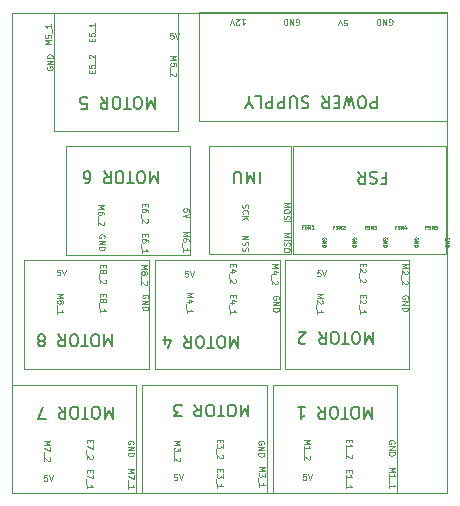
<source format=gbr>
%TF.GenerationSoftware,KiCad,Pcbnew,9.0.0*%
%TF.CreationDate,2025-03-10T21:20:54+01:00*%
%TF.ProjectId,connecteur,636f6e6e-6563-4746-9575-722e6b696361,rev?*%
%TF.SameCoordinates,Original*%
%TF.FileFunction,Legend,Top*%
%TF.FilePolarity,Positive*%
%FSLAX46Y46*%
G04 Gerber Fmt 4.6, Leading zero omitted, Abs format (unit mm)*
G04 Created by KiCad (PCBNEW 9.0.0) date 2025-03-10 21:20:54*
%MOMM*%
%LPD*%
G01*
G04 APERTURE LIST*
%ADD10C,0.100000*%
%ADD11C,0.075000*%
%ADD12C,0.200000*%
G04 APERTURE END LIST*
D10*
X161010000Y-102495000D02*
X171580000Y-102495000D01*
X171580000Y-111685000D01*
X161010000Y-111685000D01*
X161010000Y-102495000D01*
X170980000Y-113035000D02*
X181550000Y-113035000D01*
X181550000Y-122225000D01*
X170980000Y-122225000D01*
X170980000Y-113035000D01*
X153460000Y-92835000D02*
X164030000Y-92835000D01*
X164030000Y-102025000D01*
X153460000Y-102025000D01*
X153460000Y-92835000D01*
X159910000Y-113025000D02*
X170480000Y-113025000D01*
X170480000Y-122225000D01*
X159910000Y-122225000D01*
X159910000Y-113025000D01*
X165585000Y-92800000D02*
X172525000Y-92800000D01*
X172525000Y-101990000D01*
X165585000Y-101990000D01*
X165585000Y-92800000D01*
X149970000Y-102495000D02*
X160540000Y-102495000D01*
X160540000Y-111685000D01*
X149970000Y-111685000D01*
X149970000Y-102495000D01*
X164735000Y-81500000D02*
X185715000Y-81500000D01*
X185715000Y-90690000D01*
X164735000Y-90690000D01*
X164735000Y-81500000D01*
X152435000Y-81570000D02*
X163005000Y-81570000D01*
X163005000Y-91550000D01*
X152435000Y-91550000D01*
X152435000Y-81570000D01*
X172730000Y-92815000D02*
X185700000Y-92815000D01*
X185700000Y-102005000D01*
X172730000Y-102005000D01*
X172730000Y-92815000D01*
X148920000Y-81530000D02*
X185710000Y-81530000D01*
X185710000Y-122220000D01*
X148920000Y-122220000D01*
X148920000Y-81530000D01*
X172000000Y-102495000D02*
X182570000Y-102495000D01*
X182570000Y-111685000D01*
X172000000Y-111685000D01*
X172000000Y-102495000D01*
X148880000Y-113020000D02*
X159450000Y-113020000D01*
X159450000Y-122230000D01*
X148880000Y-122230000D01*
X148880000Y-113020000D01*
D11*
X183276328Y-100727913D02*
X183290614Y-100699342D01*
X183290614Y-100699342D02*
X183290614Y-100656484D01*
X183290614Y-100656484D02*
X183276328Y-100613627D01*
X183276328Y-100613627D02*
X183247757Y-100585056D01*
X183247757Y-100585056D02*
X183219185Y-100570770D01*
X183219185Y-100570770D02*
X183162042Y-100556484D01*
X183162042Y-100556484D02*
X183119185Y-100556484D01*
X183119185Y-100556484D02*
X183062042Y-100570770D01*
X183062042Y-100570770D02*
X183033471Y-100585056D01*
X183033471Y-100585056D02*
X183004900Y-100613627D01*
X183004900Y-100613627D02*
X182990614Y-100656484D01*
X182990614Y-100656484D02*
X182990614Y-100685056D01*
X182990614Y-100685056D02*
X183004900Y-100727913D01*
X183004900Y-100727913D02*
X183019185Y-100742199D01*
X183019185Y-100742199D02*
X183119185Y-100742199D01*
X183119185Y-100742199D02*
X183119185Y-100685056D01*
X182990614Y-100870770D02*
X183290614Y-100870770D01*
X183290614Y-100870770D02*
X182990614Y-101042199D01*
X182990614Y-101042199D02*
X183290614Y-101042199D01*
X182990614Y-101185056D02*
X183290614Y-101185056D01*
X183290614Y-101185056D02*
X183290614Y-101256485D01*
X183290614Y-101256485D02*
X183276328Y-101299342D01*
X183276328Y-101299342D02*
X183247757Y-101327913D01*
X183247757Y-101327913D02*
X183219185Y-101342199D01*
X183219185Y-101342199D02*
X183162042Y-101356485D01*
X183162042Y-101356485D02*
X183119185Y-101356485D01*
X183119185Y-101356485D02*
X183062042Y-101342199D01*
X183062042Y-101342199D02*
X183033471Y-101327913D01*
X183033471Y-101327913D02*
X183004900Y-101299342D01*
X183004900Y-101299342D02*
X182990614Y-101256485D01*
X182990614Y-101256485D02*
X182990614Y-101185056D01*
D10*
X172953258Y-82542580D02*
X173000877Y-82566390D01*
X173000877Y-82566390D02*
X173072306Y-82566390D01*
X173072306Y-82566390D02*
X173143734Y-82542580D01*
X173143734Y-82542580D02*
X173191353Y-82494961D01*
X173191353Y-82494961D02*
X173215163Y-82447342D01*
X173215163Y-82447342D02*
X173238972Y-82352104D01*
X173238972Y-82352104D02*
X173238972Y-82280676D01*
X173238972Y-82280676D02*
X173215163Y-82185438D01*
X173215163Y-82185438D02*
X173191353Y-82137819D01*
X173191353Y-82137819D02*
X173143734Y-82090200D01*
X173143734Y-82090200D02*
X173072306Y-82066390D01*
X173072306Y-82066390D02*
X173024687Y-82066390D01*
X173024687Y-82066390D02*
X172953258Y-82090200D01*
X172953258Y-82090200D02*
X172929449Y-82114009D01*
X172929449Y-82114009D02*
X172929449Y-82280676D01*
X172929449Y-82280676D02*
X173024687Y-82280676D01*
X172715163Y-82066390D02*
X172715163Y-82566390D01*
X172715163Y-82566390D02*
X172429449Y-82066390D01*
X172429449Y-82066390D02*
X172429449Y-82566390D01*
X172191353Y-82066390D02*
X172191353Y-82566390D01*
X172191353Y-82566390D02*
X172072305Y-82566390D01*
X172072305Y-82566390D02*
X172000877Y-82542580D01*
X172000877Y-82542580D02*
X171953258Y-82494961D01*
X171953258Y-82494961D02*
X171929448Y-82447342D01*
X171929448Y-82447342D02*
X171905639Y-82352104D01*
X171905639Y-82352104D02*
X171905639Y-82280676D01*
X171905639Y-82280676D02*
X171929448Y-82185438D01*
X171929448Y-82185438D02*
X171953258Y-82137819D01*
X171953258Y-82137819D02*
X172000877Y-82090200D01*
X172000877Y-82090200D02*
X172072305Y-82066390D01*
X172072305Y-82066390D02*
X172191353Y-82066390D01*
D12*
X168940326Y-114712780D02*
X168940326Y-115712780D01*
X168940326Y-115712780D02*
X168606993Y-114998495D01*
X168606993Y-114998495D02*
X168273660Y-115712780D01*
X168273660Y-115712780D02*
X168273660Y-114712780D01*
X167606993Y-115712780D02*
X167416517Y-115712780D01*
X167416517Y-115712780D02*
X167321279Y-115665161D01*
X167321279Y-115665161D02*
X167226041Y-115569923D01*
X167226041Y-115569923D02*
X167178422Y-115379447D01*
X167178422Y-115379447D02*
X167178422Y-115046114D01*
X167178422Y-115046114D02*
X167226041Y-114855638D01*
X167226041Y-114855638D02*
X167321279Y-114760400D01*
X167321279Y-114760400D02*
X167416517Y-114712780D01*
X167416517Y-114712780D02*
X167606993Y-114712780D01*
X167606993Y-114712780D02*
X167702231Y-114760400D01*
X167702231Y-114760400D02*
X167797469Y-114855638D01*
X167797469Y-114855638D02*
X167845088Y-115046114D01*
X167845088Y-115046114D02*
X167845088Y-115379447D01*
X167845088Y-115379447D02*
X167797469Y-115569923D01*
X167797469Y-115569923D02*
X167702231Y-115665161D01*
X167702231Y-115665161D02*
X167606993Y-115712780D01*
X166892707Y-115712780D02*
X166321279Y-115712780D01*
X166606993Y-114712780D02*
X166606993Y-115712780D01*
X165797469Y-115712780D02*
X165606993Y-115712780D01*
X165606993Y-115712780D02*
X165511755Y-115665161D01*
X165511755Y-115665161D02*
X165416517Y-115569923D01*
X165416517Y-115569923D02*
X165368898Y-115379447D01*
X165368898Y-115379447D02*
X165368898Y-115046114D01*
X165368898Y-115046114D02*
X165416517Y-114855638D01*
X165416517Y-114855638D02*
X165511755Y-114760400D01*
X165511755Y-114760400D02*
X165606993Y-114712780D01*
X165606993Y-114712780D02*
X165797469Y-114712780D01*
X165797469Y-114712780D02*
X165892707Y-114760400D01*
X165892707Y-114760400D02*
X165987945Y-114855638D01*
X165987945Y-114855638D02*
X166035564Y-115046114D01*
X166035564Y-115046114D02*
X166035564Y-115379447D01*
X166035564Y-115379447D02*
X165987945Y-115569923D01*
X165987945Y-115569923D02*
X165892707Y-115665161D01*
X165892707Y-115665161D02*
X165797469Y-115712780D01*
X164368898Y-114712780D02*
X164702231Y-115188971D01*
X164940326Y-114712780D02*
X164940326Y-115712780D01*
X164940326Y-115712780D02*
X164559374Y-115712780D01*
X164559374Y-115712780D02*
X164464136Y-115665161D01*
X164464136Y-115665161D02*
X164416517Y-115617542D01*
X164416517Y-115617542D02*
X164368898Y-115522304D01*
X164368898Y-115522304D02*
X164368898Y-115379447D01*
X164368898Y-115379447D02*
X164416517Y-115284209D01*
X164416517Y-115284209D02*
X164464136Y-115236590D01*
X164464136Y-115236590D02*
X164559374Y-115188971D01*
X164559374Y-115188971D02*
X164940326Y-115188971D01*
X163273659Y-115712780D02*
X162654612Y-115712780D01*
X162654612Y-115712780D02*
X162987945Y-115331828D01*
X162987945Y-115331828D02*
X162845088Y-115331828D01*
X162845088Y-115331828D02*
X162749850Y-115284209D01*
X162749850Y-115284209D02*
X162702231Y-115236590D01*
X162702231Y-115236590D02*
X162654612Y-115141352D01*
X162654612Y-115141352D02*
X162654612Y-114903257D01*
X162654612Y-114903257D02*
X162702231Y-114808019D01*
X162702231Y-114808019D02*
X162749850Y-114760400D01*
X162749850Y-114760400D02*
X162845088Y-114712780D01*
X162845088Y-114712780D02*
X163130802Y-114712780D01*
X163130802Y-114712780D02*
X163226040Y-114760400D01*
X163226040Y-114760400D02*
X163273659Y-114808019D01*
D10*
X163822931Y-103383609D02*
X163584836Y-103383609D01*
X163584836Y-103383609D02*
X163561027Y-103621704D01*
X163561027Y-103621704D02*
X163584836Y-103597895D01*
X163584836Y-103597895D02*
X163632455Y-103574085D01*
X163632455Y-103574085D02*
X163751503Y-103574085D01*
X163751503Y-103574085D02*
X163799122Y-103597895D01*
X163799122Y-103597895D02*
X163822931Y-103621704D01*
X163822931Y-103621704D02*
X163846741Y-103669323D01*
X163846741Y-103669323D02*
X163846741Y-103788371D01*
X163846741Y-103788371D02*
X163822931Y-103835990D01*
X163822931Y-103835990D02*
X163799122Y-103859800D01*
X163799122Y-103859800D02*
X163751503Y-103883609D01*
X163751503Y-103883609D02*
X163632455Y-103883609D01*
X163632455Y-103883609D02*
X163584836Y-103859800D01*
X163584836Y-103859800D02*
X163561027Y-103835990D01*
X163989598Y-103383609D02*
X164156264Y-103883609D01*
X164156264Y-103883609D02*
X164322931Y-103383609D01*
X163916390Y-98372931D02*
X163916390Y-98134836D01*
X163916390Y-98134836D02*
X163678295Y-98111027D01*
X163678295Y-98111027D02*
X163702104Y-98134836D01*
X163702104Y-98134836D02*
X163725914Y-98182455D01*
X163725914Y-98182455D02*
X163725914Y-98301503D01*
X163725914Y-98301503D02*
X163702104Y-98349122D01*
X163702104Y-98349122D02*
X163678295Y-98372931D01*
X163678295Y-98372931D02*
X163630676Y-98396741D01*
X163630676Y-98396741D02*
X163511628Y-98396741D01*
X163511628Y-98396741D02*
X163464009Y-98372931D01*
X163464009Y-98372931D02*
X163440200Y-98349122D01*
X163440200Y-98349122D02*
X163416390Y-98301503D01*
X163416390Y-98301503D02*
X163416390Y-98182455D01*
X163416390Y-98182455D02*
X163440200Y-98134836D01*
X163440200Y-98134836D02*
X163464009Y-98111027D01*
X163916390Y-98539598D02*
X163416390Y-98706264D01*
X163416390Y-98706264D02*
X163916390Y-98872931D01*
X160442580Y-105696741D02*
X160466390Y-105649122D01*
X160466390Y-105649122D02*
X160466390Y-105577693D01*
X160466390Y-105577693D02*
X160442580Y-105506265D01*
X160442580Y-105506265D02*
X160394961Y-105458646D01*
X160394961Y-105458646D02*
X160347342Y-105434836D01*
X160347342Y-105434836D02*
X160252104Y-105411027D01*
X160252104Y-105411027D02*
X160180676Y-105411027D01*
X160180676Y-105411027D02*
X160085438Y-105434836D01*
X160085438Y-105434836D02*
X160037819Y-105458646D01*
X160037819Y-105458646D02*
X159990200Y-105506265D01*
X159990200Y-105506265D02*
X159966390Y-105577693D01*
X159966390Y-105577693D02*
X159966390Y-105625312D01*
X159966390Y-105625312D02*
X159990200Y-105696741D01*
X159990200Y-105696741D02*
X160014009Y-105720550D01*
X160014009Y-105720550D02*
X160180676Y-105720550D01*
X160180676Y-105720550D02*
X160180676Y-105625312D01*
X159966390Y-105934836D02*
X160466390Y-105934836D01*
X160466390Y-105934836D02*
X159966390Y-106220550D01*
X159966390Y-106220550D02*
X160466390Y-106220550D01*
X159966390Y-106458646D02*
X160466390Y-106458646D01*
X160466390Y-106458646D02*
X160466390Y-106577694D01*
X160466390Y-106577694D02*
X160442580Y-106649122D01*
X160442580Y-106649122D02*
X160394961Y-106696741D01*
X160394961Y-106696741D02*
X160347342Y-106720551D01*
X160347342Y-106720551D02*
X160252104Y-106744360D01*
X160252104Y-106744360D02*
X160180676Y-106744360D01*
X160180676Y-106744360D02*
X160085438Y-106720551D01*
X160085438Y-106720551D02*
X160037819Y-106696741D01*
X160037819Y-106696741D02*
X159990200Y-106649122D01*
X159990200Y-106649122D02*
X159966390Y-106577694D01*
X159966390Y-106577694D02*
X159966390Y-106458646D01*
D12*
X161000326Y-88662780D02*
X161000326Y-89662780D01*
X161000326Y-89662780D02*
X160666993Y-88948495D01*
X160666993Y-88948495D02*
X160333660Y-89662780D01*
X160333660Y-89662780D02*
X160333660Y-88662780D01*
X159666993Y-89662780D02*
X159476517Y-89662780D01*
X159476517Y-89662780D02*
X159381279Y-89615161D01*
X159381279Y-89615161D02*
X159286041Y-89519923D01*
X159286041Y-89519923D02*
X159238422Y-89329447D01*
X159238422Y-89329447D02*
X159238422Y-88996114D01*
X159238422Y-88996114D02*
X159286041Y-88805638D01*
X159286041Y-88805638D02*
X159381279Y-88710400D01*
X159381279Y-88710400D02*
X159476517Y-88662780D01*
X159476517Y-88662780D02*
X159666993Y-88662780D01*
X159666993Y-88662780D02*
X159762231Y-88710400D01*
X159762231Y-88710400D02*
X159857469Y-88805638D01*
X159857469Y-88805638D02*
X159905088Y-88996114D01*
X159905088Y-88996114D02*
X159905088Y-89329447D01*
X159905088Y-89329447D02*
X159857469Y-89519923D01*
X159857469Y-89519923D02*
X159762231Y-89615161D01*
X159762231Y-89615161D02*
X159666993Y-89662780D01*
X158952707Y-89662780D02*
X158381279Y-89662780D01*
X158666993Y-88662780D02*
X158666993Y-89662780D01*
X157857469Y-89662780D02*
X157666993Y-89662780D01*
X157666993Y-89662780D02*
X157571755Y-89615161D01*
X157571755Y-89615161D02*
X157476517Y-89519923D01*
X157476517Y-89519923D02*
X157428898Y-89329447D01*
X157428898Y-89329447D02*
X157428898Y-88996114D01*
X157428898Y-88996114D02*
X157476517Y-88805638D01*
X157476517Y-88805638D02*
X157571755Y-88710400D01*
X157571755Y-88710400D02*
X157666993Y-88662780D01*
X157666993Y-88662780D02*
X157857469Y-88662780D01*
X157857469Y-88662780D02*
X157952707Y-88710400D01*
X157952707Y-88710400D02*
X158047945Y-88805638D01*
X158047945Y-88805638D02*
X158095564Y-88996114D01*
X158095564Y-88996114D02*
X158095564Y-89329447D01*
X158095564Y-89329447D02*
X158047945Y-89519923D01*
X158047945Y-89519923D02*
X157952707Y-89615161D01*
X157952707Y-89615161D02*
X157857469Y-89662780D01*
X156428898Y-88662780D02*
X156762231Y-89138971D01*
X157000326Y-88662780D02*
X157000326Y-89662780D01*
X157000326Y-89662780D02*
X156619374Y-89662780D01*
X156619374Y-89662780D02*
X156524136Y-89615161D01*
X156524136Y-89615161D02*
X156476517Y-89567542D01*
X156476517Y-89567542D02*
X156428898Y-89472304D01*
X156428898Y-89472304D02*
X156428898Y-89329447D01*
X156428898Y-89329447D02*
X156476517Y-89234209D01*
X156476517Y-89234209D02*
X156524136Y-89186590D01*
X156524136Y-89186590D02*
X156619374Y-89138971D01*
X156619374Y-89138971D02*
X157000326Y-89138971D01*
X154762231Y-89662780D02*
X155238421Y-89662780D01*
X155238421Y-89662780D02*
X155286040Y-89186590D01*
X155286040Y-89186590D02*
X155238421Y-89234209D01*
X155238421Y-89234209D02*
X155143183Y-89281828D01*
X155143183Y-89281828D02*
X154905088Y-89281828D01*
X154905088Y-89281828D02*
X154809850Y-89234209D01*
X154809850Y-89234209D02*
X154762231Y-89186590D01*
X154762231Y-89186590D02*
X154714612Y-89091352D01*
X154714612Y-89091352D02*
X154714612Y-88853257D01*
X154714612Y-88853257D02*
X154762231Y-88758019D01*
X154762231Y-88758019D02*
X154809850Y-88710400D01*
X154809850Y-88710400D02*
X154905088Y-88662780D01*
X154905088Y-88662780D02*
X155143183Y-88662780D01*
X155143183Y-88662780D02*
X155238421Y-88710400D01*
X155238421Y-88710400D02*
X155286040Y-88758019D01*
D10*
X152766390Y-105334836D02*
X153266390Y-105334836D01*
X153266390Y-105334836D02*
X152909247Y-105501503D01*
X152909247Y-105501503D02*
X153266390Y-105668169D01*
X153266390Y-105668169D02*
X152766390Y-105668169D01*
X153052104Y-105977694D02*
X153075914Y-105930075D01*
X153075914Y-105930075D02*
X153099723Y-105906265D01*
X153099723Y-105906265D02*
X153147342Y-105882456D01*
X153147342Y-105882456D02*
X153171152Y-105882456D01*
X153171152Y-105882456D02*
X153218771Y-105906265D01*
X153218771Y-105906265D02*
X153242580Y-105930075D01*
X153242580Y-105930075D02*
X153266390Y-105977694D01*
X153266390Y-105977694D02*
X153266390Y-106072932D01*
X153266390Y-106072932D02*
X153242580Y-106120551D01*
X153242580Y-106120551D02*
X153218771Y-106144360D01*
X153218771Y-106144360D02*
X153171152Y-106168170D01*
X153171152Y-106168170D02*
X153147342Y-106168170D01*
X153147342Y-106168170D02*
X153099723Y-106144360D01*
X153099723Y-106144360D02*
X153075914Y-106120551D01*
X153075914Y-106120551D02*
X153052104Y-106072932D01*
X153052104Y-106072932D02*
X153052104Y-105977694D01*
X153052104Y-105977694D02*
X153028295Y-105930075D01*
X153028295Y-105930075D02*
X153004485Y-105906265D01*
X153004485Y-105906265D02*
X152956866Y-105882456D01*
X152956866Y-105882456D02*
X152861628Y-105882456D01*
X152861628Y-105882456D02*
X152814009Y-105906265D01*
X152814009Y-105906265D02*
X152790200Y-105930075D01*
X152790200Y-105930075D02*
X152766390Y-105977694D01*
X152766390Y-105977694D02*
X152766390Y-106072932D01*
X152766390Y-106072932D02*
X152790200Y-106120551D01*
X152790200Y-106120551D02*
X152814009Y-106144360D01*
X152814009Y-106144360D02*
X152861628Y-106168170D01*
X152861628Y-106168170D02*
X152956866Y-106168170D01*
X152956866Y-106168170D02*
X153004485Y-106144360D01*
X153004485Y-106144360D02*
X153028295Y-106120551D01*
X153028295Y-106120551D02*
X153052104Y-106072932D01*
X152718771Y-106263408D02*
X152718771Y-106644360D01*
X152766390Y-107025312D02*
X152766390Y-106739598D01*
X152766390Y-106882455D02*
X153266390Y-106882455D01*
X153266390Y-106882455D02*
X153194961Y-106834836D01*
X153194961Y-106834836D02*
X153147342Y-106787217D01*
X153147342Y-106787217D02*
X153123533Y-106739598D01*
X163366390Y-100084836D02*
X163866390Y-100084836D01*
X163866390Y-100084836D02*
X163509247Y-100251503D01*
X163509247Y-100251503D02*
X163866390Y-100418169D01*
X163866390Y-100418169D02*
X163366390Y-100418169D01*
X163866390Y-100870551D02*
X163866390Y-100775313D01*
X163866390Y-100775313D02*
X163842580Y-100727694D01*
X163842580Y-100727694D02*
X163818771Y-100703884D01*
X163818771Y-100703884D02*
X163747342Y-100656265D01*
X163747342Y-100656265D02*
X163652104Y-100632456D01*
X163652104Y-100632456D02*
X163461628Y-100632456D01*
X163461628Y-100632456D02*
X163414009Y-100656265D01*
X163414009Y-100656265D02*
X163390200Y-100680075D01*
X163390200Y-100680075D02*
X163366390Y-100727694D01*
X163366390Y-100727694D02*
X163366390Y-100822932D01*
X163366390Y-100822932D02*
X163390200Y-100870551D01*
X163390200Y-100870551D02*
X163414009Y-100894360D01*
X163414009Y-100894360D02*
X163461628Y-100918170D01*
X163461628Y-100918170D02*
X163580676Y-100918170D01*
X163580676Y-100918170D02*
X163628295Y-100894360D01*
X163628295Y-100894360D02*
X163652104Y-100870551D01*
X163652104Y-100870551D02*
X163675914Y-100822932D01*
X163675914Y-100822932D02*
X163675914Y-100727694D01*
X163675914Y-100727694D02*
X163652104Y-100680075D01*
X163652104Y-100680075D02*
X163628295Y-100656265D01*
X163628295Y-100656265D02*
X163580676Y-100632456D01*
X163318771Y-101013408D02*
X163318771Y-101394360D01*
X163366390Y-101775312D02*
X163366390Y-101489598D01*
X163366390Y-101632455D02*
X163866390Y-101632455D01*
X163866390Y-101632455D02*
X163794961Y-101584836D01*
X163794961Y-101584836D02*
X163747342Y-101537217D01*
X163747342Y-101537217D02*
X163723533Y-101489598D01*
X155528295Y-117734836D02*
X155528295Y-117901503D01*
X155266390Y-117972931D02*
X155266390Y-117734836D01*
X155266390Y-117734836D02*
X155766390Y-117734836D01*
X155766390Y-117734836D02*
X155766390Y-117972931D01*
X155766390Y-118139598D02*
X155766390Y-118472931D01*
X155766390Y-118472931D02*
X155266390Y-118258646D01*
X155218771Y-118544360D02*
X155218771Y-118925312D01*
X155718771Y-119020550D02*
X155742580Y-119044359D01*
X155742580Y-119044359D02*
X155766390Y-119091978D01*
X155766390Y-119091978D02*
X155766390Y-119211026D01*
X155766390Y-119211026D02*
X155742580Y-119258645D01*
X155742580Y-119258645D02*
X155718771Y-119282454D01*
X155718771Y-119282454D02*
X155671152Y-119306264D01*
X155671152Y-119306264D02*
X155623533Y-119306264D01*
X155623533Y-119306264D02*
X155552104Y-119282454D01*
X155552104Y-119282454D02*
X155266390Y-118996740D01*
X155266390Y-118996740D02*
X155266390Y-119306264D01*
X170916390Y-102834836D02*
X171416390Y-102834836D01*
X171416390Y-102834836D02*
X171059247Y-103001503D01*
X171059247Y-103001503D02*
X171416390Y-103168169D01*
X171416390Y-103168169D02*
X170916390Y-103168169D01*
X171249723Y-103620551D02*
X170916390Y-103620551D01*
X171440200Y-103501503D02*
X171083057Y-103382456D01*
X171083057Y-103382456D02*
X171083057Y-103691979D01*
X170868771Y-103763408D02*
X170868771Y-104144360D01*
X171368771Y-104239598D02*
X171392580Y-104263407D01*
X171392580Y-104263407D02*
X171416390Y-104311026D01*
X171416390Y-104311026D02*
X171416390Y-104430074D01*
X171416390Y-104430074D02*
X171392580Y-104477693D01*
X171392580Y-104477693D02*
X171368771Y-104501502D01*
X171368771Y-104501502D02*
X171321152Y-104525312D01*
X171321152Y-104525312D02*
X171273533Y-104525312D01*
X171273533Y-104525312D02*
X171202104Y-104501502D01*
X171202104Y-104501502D02*
X170916390Y-104215788D01*
X170916390Y-104215788D02*
X170916390Y-104525312D01*
X151872931Y-120683609D02*
X151634836Y-120683609D01*
X151634836Y-120683609D02*
X151611027Y-120921704D01*
X151611027Y-120921704D02*
X151634836Y-120897895D01*
X151634836Y-120897895D02*
X151682455Y-120874085D01*
X151682455Y-120874085D02*
X151801503Y-120874085D01*
X151801503Y-120874085D02*
X151849122Y-120897895D01*
X151849122Y-120897895D02*
X151872931Y-120921704D01*
X151872931Y-120921704D02*
X151896741Y-120969323D01*
X151896741Y-120969323D02*
X151896741Y-121088371D01*
X151896741Y-121088371D02*
X151872931Y-121135990D01*
X151872931Y-121135990D02*
X151849122Y-121159800D01*
X151849122Y-121159800D02*
X151801503Y-121183609D01*
X151801503Y-121183609D02*
X151682455Y-121183609D01*
X151682455Y-121183609D02*
X151634836Y-121159800D01*
X151634836Y-121159800D02*
X151611027Y-121135990D01*
X152039598Y-120683609D02*
X152206264Y-121183609D01*
X152206264Y-121183609D02*
X152372931Y-120683609D01*
X152233609Y-84215163D02*
X151733609Y-84215163D01*
X151733609Y-84215163D02*
X152090752Y-84048496D01*
X152090752Y-84048496D02*
X151733609Y-83881830D01*
X151733609Y-83881830D02*
X152233609Y-83881830D01*
X151733609Y-83405639D02*
X151733609Y-83643734D01*
X151733609Y-83643734D02*
X151971704Y-83667543D01*
X151971704Y-83667543D02*
X151947895Y-83643734D01*
X151947895Y-83643734D02*
X151924085Y-83596115D01*
X151924085Y-83596115D02*
X151924085Y-83477067D01*
X151924085Y-83477067D02*
X151947895Y-83429448D01*
X151947895Y-83429448D02*
X151971704Y-83405639D01*
X151971704Y-83405639D02*
X152019323Y-83381829D01*
X152019323Y-83381829D02*
X152138371Y-83381829D01*
X152138371Y-83381829D02*
X152185990Y-83405639D01*
X152185990Y-83405639D02*
X152209800Y-83429448D01*
X152209800Y-83429448D02*
X152233609Y-83477067D01*
X152233609Y-83477067D02*
X152233609Y-83596115D01*
X152233609Y-83596115D02*
X152209800Y-83643734D01*
X152209800Y-83643734D02*
X152185990Y-83667543D01*
X152281228Y-83286592D02*
X152281228Y-82905639D01*
X152233609Y-82524687D02*
X152233609Y-82810401D01*
X152233609Y-82667544D02*
X151733609Y-82667544D01*
X151733609Y-82667544D02*
X151805038Y-82715163D01*
X151805038Y-82715163D02*
X151852657Y-82762782D01*
X151852657Y-82762782D02*
X151876466Y-82810401D01*
D11*
X180626328Y-100727913D02*
X180640614Y-100699342D01*
X180640614Y-100699342D02*
X180640614Y-100656484D01*
X180640614Y-100656484D02*
X180626328Y-100613627D01*
X180626328Y-100613627D02*
X180597757Y-100585056D01*
X180597757Y-100585056D02*
X180569185Y-100570770D01*
X180569185Y-100570770D02*
X180512042Y-100556484D01*
X180512042Y-100556484D02*
X180469185Y-100556484D01*
X180469185Y-100556484D02*
X180412042Y-100570770D01*
X180412042Y-100570770D02*
X180383471Y-100585056D01*
X180383471Y-100585056D02*
X180354900Y-100613627D01*
X180354900Y-100613627D02*
X180340614Y-100656484D01*
X180340614Y-100656484D02*
X180340614Y-100685056D01*
X180340614Y-100685056D02*
X180354900Y-100727913D01*
X180354900Y-100727913D02*
X180369185Y-100742199D01*
X180369185Y-100742199D02*
X180469185Y-100742199D01*
X180469185Y-100742199D02*
X180469185Y-100685056D01*
X180340614Y-100870770D02*
X180640614Y-100870770D01*
X180640614Y-100870770D02*
X180340614Y-101042199D01*
X180340614Y-101042199D02*
X180640614Y-101042199D01*
X180340614Y-101185056D02*
X180640614Y-101185056D01*
X180640614Y-101185056D02*
X180640614Y-101256485D01*
X180640614Y-101256485D02*
X180626328Y-101299342D01*
X180626328Y-101299342D02*
X180597757Y-101327913D01*
X180597757Y-101327913D02*
X180569185Y-101342199D01*
X180569185Y-101342199D02*
X180512042Y-101356485D01*
X180512042Y-101356485D02*
X180469185Y-101356485D01*
X180469185Y-101356485D02*
X180412042Y-101342199D01*
X180412042Y-101342199D02*
X180383471Y-101327913D01*
X180383471Y-101327913D02*
X180354900Y-101299342D01*
X180354900Y-101299342D02*
X180340614Y-101256485D01*
X180340614Y-101256485D02*
X180340614Y-101185056D01*
D12*
X161260326Y-94972780D02*
X161260326Y-95972780D01*
X161260326Y-95972780D02*
X160926993Y-95258495D01*
X160926993Y-95258495D02*
X160593660Y-95972780D01*
X160593660Y-95972780D02*
X160593660Y-94972780D01*
X159926993Y-95972780D02*
X159736517Y-95972780D01*
X159736517Y-95972780D02*
X159641279Y-95925161D01*
X159641279Y-95925161D02*
X159546041Y-95829923D01*
X159546041Y-95829923D02*
X159498422Y-95639447D01*
X159498422Y-95639447D02*
X159498422Y-95306114D01*
X159498422Y-95306114D02*
X159546041Y-95115638D01*
X159546041Y-95115638D02*
X159641279Y-95020400D01*
X159641279Y-95020400D02*
X159736517Y-94972780D01*
X159736517Y-94972780D02*
X159926993Y-94972780D01*
X159926993Y-94972780D02*
X160022231Y-95020400D01*
X160022231Y-95020400D02*
X160117469Y-95115638D01*
X160117469Y-95115638D02*
X160165088Y-95306114D01*
X160165088Y-95306114D02*
X160165088Y-95639447D01*
X160165088Y-95639447D02*
X160117469Y-95829923D01*
X160117469Y-95829923D02*
X160022231Y-95925161D01*
X160022231Y-95925161D02*
X159926993Y-95972780D01*
X159212707Y-95972780D02*
X158641279Y-95972780D01*
X158926993Y-94972780D02*
X158926993Y-95972780D01*
X158117469Y-95972780D02*
X157926993Y-95972780D01*
X157926993Y-95972780D02*
X157831755Y-95925161D01*
X157831755Y-95925161D02*
X157736517Y-95829923D01*
X157736517Y-95829923D02*
X157688898Y-95639447D01*
X157688898Y-95639447D02*
X157688898Y-95306114D01*
X157688898Y-95306114D02*
X157736517Y-95115638D01*
X157736517Y-95115638D02*
X157831755Y-95020400D01*
X157831755Y-95020400D02*
X157926993Y-94972780D01*
X157926993Y-94972780D02*
X158117469Y-94972780D01*
X158117469Y-94972780D02*
X158212707Y-95020400D01*
X158212707Y-95020400D02*
X158307945Y-95115638D01*
X158307945Y-95115638D02*
X158355564Y-95306114D01*
X158355564Y-95306114D02*
X158355564Y-95639447D01*
X158355564Y-95639447D02*
X158307945Y-95829923D01*
X158307945Y-95829923D02*
X158212707Y-95925161D01*
X158212707Y-95925161D02*
X158117469Y-95972780D01*
X156688898Y-94972780D02*
X157022231Y-95448971D01*
X157260326Y-94972780D02*
X157260326Y-95972780D01*
X157260326Y-95972780D02*
X156879374Y-95972780D01*
X156879374Y-95972780D02*
X156784136Y-95925161D01*
X156784136Y-95925161D02*
X156736517Y-95877542D01*
X156736517Y-95877542D02*
X156688898Y-95782304D01*
X156688898Y-95782304D02*
X156688898Y-95639447D01*
X156688898Y-95639447D02*
X156736517Y-95544209D01*
X156736517Y-95544209D02*
X156784136Y-95496590D01*
X156784136Y-95496590D02*
X156879374Y-95448971D01*
X156879374Y-95448971D02*
X157260326Y-95448971D01*
X155069850Y-95972780D02*
X155260326Y-95972780D01*
X155260326Y-95972780D02*
X155355564Y-95925161D01*
X155355564Y-95925161D02*
X155403183Y-95877542D01*
X155403183Y-95877542D02*
X155498421Y-95734685D01*
X155498421Y-95734685D02*
X155546040Y-95544209D01*
X155546040Y-95544209D02*
X155546040Y-95163257D01*
X155546040Y-95163257D02*
X155498421Y-95068019D01*
X155498421Y-95068019D02*
X155450802Y-95020400D01*
X155450802Y-95020400D02*
X155355564Y-94972780D01*
X155355564Y-94972780D02*
X155165088Y-94972780D01*
X155165088Y-94972780D02*
X155069850Y-95020400D01*
X155069850Y-95020400D02*
X155022231Y-95068019D01*
X155022231Y-95068019D02*
X154974612Y-95163257D01*
X154974612Y-95163257D02*
X154974612Y-95401352D01*
X154974612Y-95401352D02*
X155022231Y-95496590D01*
X155022231Y-95496590D02*
X155069850Y-95544209D01*
X155069850Y-95544209D02*
X155165088Y-95591828D01*
X155165088Y-95591828D02*
X155355564Y-95591828D01*
X155355564Y-95591828D02*
X155450802Y-95544209D01*
X155450802Y-95544209D02*
X155498421Y-95496590D01*
X155498421Y-95496590D02*
X155546040Y-95401352D01*
D10*
X152972931Y-103283609D02*
X152734836Y-103283609D01*
X152734836Y-103283609D02*
X152711027Y-103521704D01*
X152711027Y-103521704D02*
X152734836Y-103497895D01*
X152734836Y-103497895D02*
X152782455Y-103474085D01*
X152782455Y-103474085D02*
X152901503Y-103474085D01*
X152901503Y-103474085D02*
X152949122Y-103497895D01*
X152949122Y-103497895D02*
X152972931Y-103521704D01*
X152972931Y-103521704D02*
X152996741Y-103569323D01*
X152996741Y-103569323D02*
X152996741Y-103688371D01*
X152996741Y-103688371D02*
X152972931Y-103735990D01*
X152972931Y-103735990D02*
X152949122Y-103759800D01*
X152949122Y-103759800D02*
X152901503Y-103783609D01*
X152901503Y-103783609D02*
X152782455Y-103783609D01*
X152782455Y-103783609D02*
X152734836Y-103759800D01*
X152734836Y-103759800D02*
X152711027Y-103735990D01*
X153139598Y-103283609D02*
X153306264Y-103783609D01*
X153306264Y-103783609D02*
X153472931Y-103283609D01*
X156742580Y-100596741D02*
X156766390Y-100549122D01*
X156766390Y-100549122D02*
X156766390Y-100477693D01*
X156766390Y-100477693D02*
X156742580Y-100406265D01*
X156742580Y-100406265D02*
X156694961Y-100358646D01*
X156694961Y-100358646D02*
X156647342Y-100334836D01*
X156647342Y-100334836D02*
X156552104Y-100311027D01*
X156552104Y-100311027D02*
X156480676Y-100311027D01*
X156480676Y-100311027D02*
X156385438Y-100334836D01*
X156385438Y-100334836D02*
X156337819Y-100358646D01*
X156337819Y-100358646D02*
X156290200Y-100406265D01*
X156290200Y-100406265D02*
X156266390Y-100477693D01*
X156266390Y-100477693D02*
X156266390Y-100525312D01*
X156266390Y-100525312D02*
X156290200Y-100596741D01*
X156290200Y-100596741D02*
X156314009Y-100620550D01*
X156314009Y-100620550D02*
X156480676Y-100620550D01*
X156480676Y-100620550D02*
X156480676Y-100525312D01*
X156266390Y-100834836D02*
X156766390Y-100834836D01*
X156766390Y-100834836D02*
X156266390Y-101120550D01*
X156266390Y-101120550D02*
X156766390Y-101120550D01*
X156266390Y-101358646D02*
X156766390Y-101358646D01*
X156766390Y-101358646D02*
X156766390Y-101477694D01*
X156766390Y-101477694D02*
X156742580Y-101549122D01*
X156742580Y-101549122D02*
X156694961Y-101596741D01*
X156694961Y-101596741D02*
X156647342Y-101620551D01*
X156647342Y-101620551D02*
X156552104Y-101644360D01*
X156552104Y-101644360D02*
X156480676Y-101644360D01*
X156480676Y-101644360D02*
X156385438Y-101620551D01*
X156385438Y-101620551D02*
X156337819Y-101596741D01*
X156337819Y-101596741D02*
X156290200Y-101549122D01*
X156290200Y-101549122D02*
X156266390Y-101477694D01*
X156266390Y-101477694D02*
X156266390Y-101358646D01*
X162666390Y-117834836D02*
X163166390Y-117834836D01*
X163166390Y-117834836D02*
X162809247Y-118001503D01*
X162809247Y-118001503D02*
X163166390Y-118168169D01*
X163166390Y-118168169D02*
X162666390Y-118168169D01*
X163166390Y-118358646D02*
X163166390Y-118668170D01*
X163166390Y-118668170D02*
X162975914Y-118501503D01*
X162975914Y-118501503D02*
X162975914Y-118572932D01*
X162975914Y-118572932D02*
X162952104Y-118620551D01*
X162952104Y-118620551D02*
X162928295Y-118644360D01*
X162928295Y-118644360D02*
X162880676Y-118668170D01*
X162880676Y-118668170D02*
X162761628Y-118668170D01*
X162761628Y-118668170D02*
X162714009Y-118644360D01*
X162714009Y-118644360D02*
X162690200Y-118620551D01*
X162690200Y-118620551D02*
X162666390Y-118572932D01*
X162666390Y-118572932D02*
X162666390Y-118430075D01*
X162666390Y-118430075D02*
X162690200Y-118382456D01*
X162690200Y-118382456D02*
X162714009Y-118358646D01*
X162618771Y-118763408D02*
X162618771Y-119144360D01*
X163118771Y-119239598D02*
X163142580Y-119263407D01*
X163142580Y-119263407D02*
X163166390Y-119311026D01*
X163166390Y-119311026D02*
X163166390Y-119430074D01*
X163166390Y-119430074D02*
X163142580Y-119477693D01*
X163142580Y-119477693D02*
X163118771Y-119501502D01*
X163118771Y-119501502D02*
X163071152Y-119525312D01*
X163071152Y-119525312D02*
X163023533Y-119525312D01*
X163023533Y-119525312D02*
X162952104Y-119501502D01*
X162952104Y-119501502D02*
X162666390Y-119215788D01*
X162666390Y-119215788D02*
X162666390Y-119525312D01*
X167628295Y-102834836D02*
X167628295Y-103001503D01*
X167366390Y-103072931D02*
X167366390Y-102834836D01*
X167366390Y-102834836D02*
X167866390Y-102834836D01*
X167866390Y-102834836D02*
X167866390Y-103072931D01*
X167699723Y-103501503D02*
X167366390Y-103501503D01*
X167890200Y-103382455D02*
X167533057Y-103263408D01*
X167533057Y-103263408D02*
X167533057Y-103572931D01*
X167318771Y-103644360D02*
X167318771Y-104025312D01*
X167818771Y-104120550D02*
X167842580Y-104144359D01*
X167842580Y-104144359D02*
X167866390Y-104191978D01*
X167866390Y-104191978D02*
X167866390Y-104311026D01*
X167866390Y-104311026D02*
X167842580Y-104358645D01*
X167842580Y-104358645D02*
X167818771Y-104382454D01*
X167818771Y-104382454D02*
X167771152Y-104406264D01*
X167771152Y-104406264D02*
X167723533Y-104406264D01*
X167723533Y-104406264D02*
X167652104Y-104382454D01*
X167652104Y-104382454D02*
X167366390Y-104096740D01*
X167366390Y-104096740D02*
X167366390Y-104406264D01*
D11*
X184020770Y-99702242D02*
X183920770Y-99702242D01*
X183920770Y-99859385D02*
X183920770Y-99559385D01*
X183920770Y-99559385D02*
X184063627Y-99559385D01*
X184163627Y-99845100D02*
X184206485Y-99859385D01*
X184206485Y-99859385D02*
X184277913Y-99859385D01*
X184277913Y-99859385D02*
X184306485Y-99845100D01*
X184306485Y-99845100D02*
X184320770Y-99830814D01*
X184320770Y-99830814D02*
X184335056Y-99802242D01*
X184335056Y-99802242D02*
X184335056Y-99773671D01*
X184335056Y-99773671D02*
X184320770Y-99745100D01*
X184320770Y-99745100D02*
X184306485Y-99730814D01*
X184306485Y-99730814D02*
X184277913Y-99716528D01*
X184277913Y-99716528D02*
X184220770Y-99702242D01*
X184220770Y-99702242D02*
X184192199Y-99687957D01*
X184192199Y-99687957D02*
X184177913Y-99673671D01*
X184177913Y-99673671D02*
X184163627Y-99645100D01*
X184163627Y-99645100D02*
X184163627Y-99616528D01*
X184163627Y-99616528D02*
X184177913Y-99587957D01*
X184177913Y-99587957D02*
X184192199Y-99573671D01*
X184192199Y-99573671D02*
X184220770Y-99559385D01*
X184220770Y-99559385D02*
X184292199Y-99559385D01*
X184292199Y-99559385D02*
X184335056Y-99573671D01*
X184635056Y-99859385D02*
X184535056Y-99716528D01*
X184463627Y-99859385D02*
X184463627Y-99559385D01*
X184463627Y-99559385D02*
X184577913Y-99559385D01*
X184577913Y-99559385D02*
X184606484Y-99573671D01*
X184606484Y-99573671D02*
X184620770Y-99587957D01*
X184620770Y-99587957D02*
X184635056Y-99616528D01*
X184635056Y-99616528D02*
X184635056Y-99659385D01*
X184635056Y-99659385D02*
X184620770Y-99687957D01*
X184620770Y-99687957D02*
X184606484Y-99702242D01*
X184606484Y-99702242D02*
X184577913Y-99716528D01*
X184577913Y-99716528D02*
X184463627Y-99716528D01*
X184906484Y-99559385D02*
X184763627Y-99559385D01*
X184763627Y-99559385D02*
X184749341Y-99702242D01*
X184749341Y-99702242D02*
X184763627Y-99687957D01*
X184763627Y-99687957D02*
X184792199Y-99673671D01*
X184792199Y-99673671D02*
X184863627Y-99673671D01*
X184863627Y-99673671D02*
X184892199Y-99687957D01*
X184892199Y-99687957D02*
X184906484Y-99702242D01*
X184906484Y-99702242D02*
X184920770Y-99730814D01*
X184920770Y-99730814D02*
X184920770Y-99802242D01*
X184920770Y-99802242D02*
X184906484Y-99830814D01*
X184906484Y-99830814D02*
X184892199Y-99845100D01*
X184892199Y-99845100D02*
X184863627Y-99859385D01*
X184863627Y-99859385D02*
X184792199Y-99859385D01*
X184792199Y-99859385D02*
X184763627Y-99845100D01*
X184763627Y-99845100D02*
X184749341Y-99830814D01*
D10*
X177027068Y-82616390D02*
X177265163Y-82616390D01*
X177265163Y-82616390D02*
X177288972Y-82378295D01*
X177288972Y-82378295D02*
X177265163Y-82402104D01*
X177265163Y-82402104D02*
X177217544Y-82425914D01*
X177217544Y-82425914D02*
X177098496Y-82425914D01*
X177098496Y-82425914D02*
X177050877Y-82402104D01*
X177050877Y-82402104D02*
X177027068Y-82378295D01*
X177027068Y-82378295D02*
X177003258Y-82330676D01*
X177003258Y-82330676D02*
X177003258Y-82211628D01*
X177003258Y-82211628D02*
X177027068Y-82164009D01*
X177027068Y-82164009D02*
X177050877Y-82140200D01*
X177050877Y-82140200D02*
X177098496Y-82116390D01*
X177098496Y-82116390D02*
X177217544Y-82116390D01*
X177217544Y-82116390D02*
X177265163Y-82140200D01*
X177265163Y-82140200D02*
X177288972Y-82164009D01*
X176860401Y-82616390D02*
X176693735Y-82116390D01*
X176693735Y-82116390D02*
X176527068Y-82616390D01*
X178628295Y-105434836D02*
X178628295Y-105601503D01*
X178366390Y-105672931D02*
X178366390Y-105434836D01*
X178366390Y-105434836D02*
X178866390Y-105434836D01*
X178866390Y-105434836D02*
X178866390Y-105672931D01*
X178818771Y-105863408D02*
X178842580Y-105887217D01*
X178842580Y-105887217D02*
X178866390Y-105934836D01*
X178866390Y-105934836D02*
X178866390Y-106053884D01*
X178866390Y-106053884D02*
X178842580Y-106101503D01*
X178842580Y-106101503D02*
X178818771Y-106125312D01*
X178818771Y-106125312D02*
X178771152Y-106149122D01*
X178771152Y-106149122D02*
X178723533Y-106149122D01*
X178723533Y-106149122D02*
X178652104Y-106125312D01*
X178652104Y-106125312D02*
X178366390Y-105839598D01*
X178366390Y-105839598D02*
X178366390Y-106149122D01*
X178318771Y-106244360D02*
X178318771Y-106625312D01*
X178366390Y-107006264D02*
X178366390Y-106720550D01*
X178366390Y-106863407D02*
X178866390Y-106863407D01*
X178866390Y-106863407D02*
X178794961Y-106815788D01*
X178794961Y-106815788D02*
X178747342Y-106768169D01*
X178747342Y-106768169D02*
X178723533Y-106720550D01*
X151892419Y-86113258D02*
X151868609Y-86160877D01*
X151868609Y-86160877D02*
X151868609Y-86232306D01*
X151868609Y-86232306D02*
X151892419Y-86303734D01*
X151892419Y-86303734D02*
X151940038Y-86351353D01*
X151940038Y-86351353D02*
X151987657Y-86375163D01*
X151987657Y-86375163D02*
X152082895Y-86398972D01*
X152082895Y-86398972D02*
X152154323Y-86398972D01*
X152154323Y-86398972D02*
X152249561Y-86375163D01*
X152249561Y-86375163D02*
X152297180Y-86351353D01*
X152297180Y-86351353D02*
X152344800Y-86303734D01*
X152344800Y-86303734D02*
X152368609Y-86232306D01*
X152368609Y-86232306D02*
X152368609Y-86184687D01*
X152368609Y-86184687D02*
X152344800Y-86113258D01*
X152344800Y-86113258D02*
X152320990Y-86089449D01*
X152320990Y-86089449D02*
X152154323Y-86089449D01*
X152154323Y-86089449D02*
X152154323Y-86184687D01*
X152368609Y-85875163D02*
X151868609Y-85875163D01*
X151868609Y-85875163D02*
X152368609Y-85589449D01*
X152368609Y-85589449D02*
X151868609Y-85589449D01*
X152368609Y-85351353D02*
X151868609Y-85351353D01*
X151868609Y-85351353D02*
X151868609Y-85232305D01*
X151868609Y-85232305D02*
X151892419Y-85160877D01*
X151892419Y-85160877D02*
X151940038Y-85113258D01*
X151940038Y-85113258D02*
X151987657Y-85089448D01*
X151987657Y-85089448D02*
X152082895Y-85065639D01*
X152082895Y-85065639D02*
X152154323Y-85065639D01*
X152154323Y-85065639D02*
X152249561Y-85089448D01*
X152249561Y-85089448D02*
X152297180Y-85113258D01*
X152297180Y-85113258D02*
X152344800Y-85160877D01*
X152344800Y-85160877D02*
X152368609Y-85232305D01*
X152368609Y-85232305D02*
X152368609Y-85351353D01*
D11*
X176170770Y-99702242D02*
X176070770Y-99702242D01*
X176070770Y-99859385D02*
X176070770Y-99559385D01*
X176070770Y-99559385D02*
X176213627Y-99559385D01*
X176313627Y-99845100D02*
X176356485Y-99859385D01*
X176356485Y-99859385D02*
X176427913Y-99859385D01*
X176427913Y-99859385D02*
X176456485Y-99845100D01*
X176456485Y-99845100D02*
X176470770Y-99830814D01*
X176470770Y-99830814D02*
X176485056Y-99802242D01*
X176485056Y-99802242D02*
X176485056Y-99773671D01*
X176485056Y-99773671D02*
X176470770Y-99745100D01*
X176470770Y-99745100D02*
X176456485Y-99730814D01*
X176456485Y-99730814D02*
X176427913Y-99716528D01*
X176427913Y-99716528D02*
X176370770Y-99702242D01*
X176370770Y-99702242D02*
X176342199Y-99687957D01*
X176342199Y-99687957D02*
X176327913Y-99673671D01*
X176327913Y-99673671D02*
X176313627Y-99645100D01*
X176313627Y-99645100D02*
X176313627Y-99616528D01*
X176313627Y-99616528D02*
X176327913Y-99587957D01*
X176327913Y-99587957D02*
X176342199Y-99573671D01*
X176342199Y-99573671D02*
X176370770Y-99559385D01*
X176370770Y-99559385D02*
X176442199Y-99559385D01*
X176442199Y-99559385D02*
X176485056Y-99573671D01*
X176785056Y-99859385D02*
X176685056Y-99716528D01*
X176613627Y-99859385D02*
X176613627Y-99559385D01*
X176613627Y-99559385D02*
X176727913Y-99559385D01*
X176727913Y-99559385D02*
X176756484Y-99573671D01*
X176756484Y-99573671D02*
X176770770Y-99587957D01*
X176770770Y-99587957D02*
X176785056Y-99616528D01*
X176785056Y-99616528D02*
X176785056Y-99659385D01*
X176785056Y-99659385D02*
X176770770Y-99687957D01*
X176770770Y-99687957D02*
X176756484Y-99702242D01*
X176756484Y-99702242D02*
X176727913Y-99716528D01*
X176727913Y-99716528D02*
X176613627Y-99716528D01*
X176899341Y-99587957D02*
X176913627Y-99573671D01*
X176913627Y-99573671D02*
X176942199Y-99559385D01*
X176942199Y-99559385D02*
X177013627Y-99559385D01*
X177013627Y-99559385D02*
X177042199Y-99573671D01*
X177042199Y-99573671D02*
X177056484Y-99587957D01*
X177056484Y-99587957D02*
X177070770Y-99616528D01*
X177070770Y-99616528D02*
X177070770Y-99645100D01*
X177070770Y-99645100D02*
X177056484Y-99687957D01*
X177056484Y-99687957D02*
X176885056Y-99859385D01*
X176885056Y-99859385D02*
X177070770Y-99859385D01*
X173570770Y-99652242D02*
X173470770Y-99652242D01*
X173470770Y-99809385D02*
X173470770Y-99509385D01*
X173470770Y-99509385D02*
X173613627Y-99509385D01*
X173713627Y-99795100D02*
X173756485Y-99809385D01*
X173756485Y-99809385D02*
X173827913Y-99809385D01*
X173827913Y-99809385D02*
X173856485Y-99795100D01*
X173856485Y-99795100D02*
X173870770Y-99780814D01*
X173870770Y-99780814D02*
X173885056Y-99752242D01*
X173885056Y-99752242D02*
X173885056Y-99723671D01*
X173885056Y-99723671D02*
X173870770Y-99695100D01*
X173870770Y-99695100D02*
X173856485Y-99680814D01*
X173856485Y-99680814D02*
X173827913Y-99666528D01*
X173827913Y-99666528D02*
X173770770Y-99652242D01*
X173770770Y-99652242D02*
X173742199Y-99637957D01*
X173742199Y-99637957D02*
X173727913Y-99623671D01*
X173727913Y-99623671D02*
X173713627Y-99595100D01*
X173713627Y-99595100D02*
X173713627Y-99566528D01*
X173713627Y-99566528D02*
X173727913Y-99537957D01*
X173727913Y-99537957D02*
X173742199Y-99523671D01*
X173742199Y-99523671D02*
X173770770Y-99509385D01*
X173770770Y-99509385D02*
X173842199Y-99509385D01*
X173842199Y-99509385D02*
X173885056Y-99523671D01*
X174185056Y-99809385D02*
X174085056Y-99666528D01*
X174013627Y-99809385D02*
X174013627Y-99509385D01*
X174013627Y-99509385D02*
X174127913Y-99509385D01*
X174127913Y-99509385D02*
X174156484Y-99523671D01*
X174156484Y-99523671D02*
X174170770Y-99537957D01*
X174170770Y-99537957D02*
X174185056Y-99566528D01*
X174185056Y-99566528D02*
X174185056Y-99609385D01*
X174185056Y-99609385D02*
X174170770Y-99637957D01*
X174170770Y-99637957D02*
X174156484Y-99652242D01*
X174156484Y-99652242D02*
X174127913Y-99666528D01*
X174127913Y-99666528D02*
X174013627Y-99666528D01*
X174470770Y-99809385D02*
X174299341Y-99809385D01*
X174385056Y-99809385D02*
X174385056Y-99509385D01*
X174385056Y-99509385D02*
X174356484Y-99552242D01*
X174356484Y-99552242D02*
X174327913Y-99580814D01*
X174327913Y-99580814D02*
X174299341Y-99595100D01*
D10*
X168353258Y-82066390D02*
X168638972Y-82066390D01*
X168496115Y-82066390D02*
X168496115Y-82566390D01*
X168496115Y-82566390D02*
X168543734Y-82494961D01*
X168543734Y-82494961D02*
X168591353Y-82447342D01*
X168591353Y-82447342D02*
X168638972Y-82423533D01*
X168162782Y-82518771D02*
X168138973Y-82542580D01*
X168138973Y-82542580D02*
X168091354Y-82566390D01*
X168091354Y-82566390D02*
X167972306Y-82566390D01*
X167972306Y-82566390D02*
X167924687Y-82542580D01*
X167924687Y-82542580D02*
X167900878Y-82518771D01*
X167900878Y-82518771D02*
X167877068Y-82471152D01*
X167877068Y-82471152D02*
X167877068Y-82423533D01*
X167877068Y-82423533D02*
X167900878Y-82352104D01*
X167900878Y-82352104D02*
X168186592Y-82066390D01*
X168186592Y-82066390D02*
X167877068Y-82066390D01*
X167734211Y-82566390D02*
X167567545Y-82066390D01*
X167567545Y-82066390D02*
X167400878Y-82566390D01*
X173822931Y-120583609D02*
X173584836Y-120583609D01*
X173584836Y-120583609D02*
X173561027Y-120821704D01*
X173561027Y-120821704D02*
X173584836Y-120797895D01*
X173584836Y-120797895D02*
X173632455Y-120774085D01*
X173632455Y-120774085D02*
X173751503Y-120774085D01*
X173751503Y-120774085D02*
X173799122Y-120797895D01*
X173799122Y-120797895D02*
X173822931Y-120821704D01*
X173822931Y-120821704D02*
X173846741Y-120869323D01*
X173846741Y-120869323D02*
X173846741Y-120988371D01*
X173846741Y-120988371D02*
X173822931Y-121035990D01*
X173822931Y-121035990D02*
X173799122Y-121059800D01*
X173799122Y-121059800D02*
X173751503Y-121083609D01*
X173751503Y-121083609D02*
X173632455Y-121083609D01*
X173632455Y-121083609D02*
X173584836Y-121059800D01*
X173584836Y-121059800D02*
X173561027Y-121035990D01*
X173989598Y-120583609D02*
X174156264Y-121083609D01*
X174156264Y-121083609D02*
X174322931Y-120583609D01*
X155528295Y-120234836D02*
X155528295Y-120401503D01*
X155266390Y-120472931D02*
X155266390Y-120234836D01*
X155266390Y-120234836D02*
X155766390Y-120234836D01*
X155766390Y-120234836D02*
X155766390Y-120472931D01*
X155766390Y-120639598D02*
X155766390Y-120972931D01*
X155766390Y-120972931D02*
X155266390Y-120758646D01*
X155218771Y-121044360D02*
X155218771Y-121425312D01*
X155266390Y-121806264D02*
X155266390Y-121520550D01*
X155266390Y-121663407D02*
X155766390Y-121663407D01*
X155766390Y-121663407D02*
X155694961Y-121615788D01*
X155694961Y-121615788D02*
X155647342Y-121568169D01*
X155647342Y-121568169D02*
X155623533Y-121520550D01*
X167628295Y-105434836D02*
X167628295Y-105601503D01*
X167366390Y-105672931D02*
X167366390Y-105434836D01*
X167366390Y-105434836D02*
X167866390Y-105434836D01*
X167866390Y-105434836D02*
X167866390Y-105672931D01*
X167699723Y-106101503D02*
X167366390Y-106101503D01*
X167890200Y-105982455D02*
X167533057Y-105863408D01*
X167533057Y-105863408D02*
X167533057Y-106172931D01*
X167318771Y-106244360D02*
X167318771Y-106625312D01*
X167366390Y-107006264D02*
X167366390Y-106720550D01*
X167366390Y-106863407D02*
X167866390Y-106863407D01*
X167866390Y-106863407D02*
X167794961Y-106815788D01*
X167794961Y-106815788D02*
X167747342Y-106768169D01*
X167747342Y-106768169D02*
X167723533Y-106720550D01*
D11*
X181420770Y-99702242D02*
X181320770Y-99702242D01*
X181320770Y-99859385D02*
X181320770Y-99559385D01*
X181320770Y-99559385D02*
X181463627Y-99559385D01*
X181563627Y-99845100D02*
X181606485Y-99859385D01*
X181606485Y-99859385D02*
X181677913Y-99859385D01*
X181677913Y-99859385D02*
X181706485Y-99845100D01*
X181706485Y-99845100D02*
X181720770Y-99830814D01*
X181720770Y-99830814D02*
X181735056Y-99802242D01*
X181735056Y-99802242D02*
X181735056Y-99773671D01*
X181735056Y-99773671D02*
X181720770Y-99745100D01*
X181720770Y-99745100D02*
X181706485Y-99730814D01*
X181706485Y-99730814D02*
X181677913Y-99716528D01*
X181677913Y-99716528D02*
X181620770Y-99702242D01*
X181620770Y-99702242D02*
X181592199Y-99687957D01*
X181592199Y-99687957D02*
X181577913Y-99673671D01*
X181577913Y-99673671D02*
X181563627Y-99645100D01*
X181563627Y-99645100D02*
X181563627Y-99616528D01*
X181563627Y-99616528D02*
X181577913Y-99587957D01*
X181577913Y-99587957D02*
X181592199Y-99573671D01*
X181592199Y-99573671D02*
X181620770Y-99559385D01*
X181620770Y-99559385D02*
X181692199Y-99559385D01*
X181692199Y-99559385D02*
X181735056Y-99573671D01*
X182035056Y-99859385D02*
X181935056Y-99716528D01*
X181863627Y-99859385D02*
X181863627Y-99559385D01*
X181863627Y-99559385D02*
X181977913Y-99559385D01*
X181977913Y-99559385D02*
X182006484Y-99573671D01*
X182006484Y-99573671D02*
X182020770Y-99587957D01*
X182020770Y-99587957D02*
X182035056Y-99616528D01*
X182035056Y-99616528D02*
X182035056Y-99659385D01*
X182035056Y-99659385D02*
X182020770Y-99687957D01*
X182020770Y-99687957D02*
X182006484Y-99702242D01*
X182006484Y-99702242D02*
X181977913Y-99716528D01*
X181977913Y-99716528D02*
X181863627Y-99716528D01*
X182292199Y-99659385D02*
X182292199Y-99859385D01*
X182220770Y-99545100D02*
X182149341Y-99759385D01*
X182149341Y-99759385D02*
X182335056Y-99759385D01*
D12*
X168063549Y-108906003D02*
X168063549Y-109906003D01*
X168063549Y-109906003D02*
X167730216Y-109191718D01*
X167730216Y-109191718D02*
X167396883Y-109906003D01*
X167396883Y-109906003D02*
X167396883Y-108906003D01*
X166730216Y-109906003D02*
X166539740Y-109906003D01*
X166539740Y-109906003D02*
X166444502Y-109858384D01*
X166444502Y-109858384D02*
X166349264Y-109763146D01*
X166349264Y-109763146D02*
X166301645Y-109572670D01*
X166301645Y-109572670D02*
X166301645Y-109239337D01*
X166301645Y-109239337D02*
X166349264Y-109048861D01*
X166349264Y-109048861D02*
X166444502Y-108953623D01*
X166444502Y-108953623D02*
X166539740Y-108906003D01*
X166539740Y-108906003D02*
X166730216Y-108906003D01*
X166730216Y-108906003D02*
X166825454Y-108953623D01*
X166825454Y-108953623D02*
X166920692Y-109048861D01*
X166920692Y-109048861D02*
X166968311Y-109239337D01*
X166968311Y-109239337D02*
X166968311Y-109572670D01*
X166968311Y-109572670D02*
X166920692Y-109763146D01*
X166920692Y-109763146D02*
X166825454Y-109858384D01*
X166825454Y-109858384D02*
X166730216Y-109906003D01*
X166015930Y-109906003D02*
X165444502Y-109906003D01*
X165730216Y-108906003D02*
X165730216Y-109906003D01*
X164920692Y-109906003D02*
X164730216Y-109906003D01*
X164730216Y-109906003D02*
X164634978Y-109858384D01*
X164634978Y-109858384D02*
X164539740Y-109763146D01*
X164539740Y-109763146D02*
X164492121Y-109572670D01*
X164492121Y-109572670D02*
X164492121Y-109239337D01*
X164492121Y-109239337D02*
X164539740Y-109048861D01*
X164539740Y-109048861D02*
X164634978Y-108953623D01*
X164634978Y-108953623D02*
X164730216Y-108906003D01*
X164730216Y-108906003D02*
X164920692Y-108906003D01*
X164920692Y-108906003D02*
X165015930Y-108953623D01*
X165015930Y-108953623D02*
X165111168Y-109048861D01*
X165111168Y-109048861D02*
X165158787Y-109239337D01*
X165158787Y-109239337D02*
X165158787Y-109572670D01*
X165158787Y-109572670D02*
X165111168Y-109763146D01*
X165111168Y-109763146D02*
X165015930Y-109858384D01*
X165015930Y-109858384D02*
X164920692Y-109906003D01*
X163492121Y-108906003D02*
X163825454Y-109382194D01*
X164063549Y-108906003D02*
X164063549Y-109906003D01*
X164063549Y-109906003D02*
X163682597Y-109906003D01*
X163682597Y-109906003D02*
X163587359Y-109858384D01*
X163587359Y-109858384D02*
X163539740Y-109810765D01*
X163539740Y-109810765D02*
X163492121Y-109715527D01*
X163492121Y-109715527D02*
X163492121Y-109572670D01*
X163492121Y-109572670D02*
X163539740Y-109477432D01*
X163539740Y-109477432D02*
X163587359Y-109429813D01*
X163587359Y-109429813D02*
X163682597Y-109382194D01*
X163682597Y-109382194D02*
X164063549Y-109382194D01*
X161873073Y-109572670D02*
X161873073Y-108906003D01*
X162111168Y-109953623D02*
X162349263Y-109239337D01*
X162349263Y-109239337D02*
X161730216Y-109239337D01*
D10*
X177478295Y-120234836D02*
X177478295Y-120401503D01*
X177216390Y-120472931D02*
X177216390Y-120234836D01*
X177216390Y-120234836D02*
X177716390Y-120234836D01*
X177716390Y-120234836D02*
X177716390Y-120472931D01*
X177216390Y-120949122D02*
X177216390Y-120663408D01*
X177216390Y-120806265D02*
X177716390Y-120806265D01*
X177716390Y-120806265D02*
X177644961Y-120758646D01*
X177644961Y-120758646D02*
X177597342Y-120711027D01*
X177597342Y-120711027D02*
X177573533Y-120663408D01*
X177168771Y-121044360D02*
X177168771Y-121425312D01*
X177216390Y-121806264D02*
X177216390Y-121520550D01*
X177216390Y-121663407D02*
X177716390Y-121663407D01*
X177716390Y-121663407D02*
X177644961Y-121615788D01*
X177644961Y-121615788D02*
X177597342Y-121568169D01*
X177597342Y-121568169D02*
X177573533Y-121520550D01*
X181292580Y-117996741D02*
X181316390Y-117949122D01*
X181316390Y-117949122D02*
X181316390Y-117877693D01*
X181316390Y-117877693D02*
X181292580Y-117806265D01*
X181292580Y-117806265D02*
X181244961Y-117758646D01*
X181244961Y-117758646D02*
X181197342Y-117734836D01*
X181197342Y-117734836D02*
X181102104Y-117711027D01*
X181102104Y-117711027D02*
X181030676Y-117711027D01*
X181030676Y-117711027D02*
X180935438Y-117734836D01*
X180935438Y-117734836D02*
X180887819Y-117758646D01*
X180887819Y-117758646D02*
X180840200Y-117806265D01*
X180840200Y-117806265D02*
X180816390Y-117877693D01*
X180816390Y-117877693D02*
X180816390Y-117925312D01*
X180816390Y-117925312D02*
X180840200Y-117996741D01*
X180840200Y-117996741D02*
X180864009Y-118020550D01*
X180864009Y-118020550D02*
X181030676Y-118020550D01*
X181030676Y-118020550D02*
X181030676Y-117925312D01*
X180816390Y-118234836D02*
X181316390Y-118234836D01*
X181316390Y-118234836D02*
X180816390Y-118520550D01*
X180816390Y-118520550D02*
X181316390Y-118520550D01*
X180816390Y-118758646D02*
X181316390Y-118758646D01*
X181316390Y-118758646D02*
X181316390Y-118877694D01*
X181316390Y-118877694D02*
X181292580Y-118949122D01*
X181292580Y-118949122D02*
X181244961Y-118996741D01*
X181244961Y-118996741D02*
X181197342Y-119020551D01*
X181197342Y-119020551D02*
X181102104Y-119044360D01*
X181102104Y-119044360D02*
X181030676Y-119044360D01*
X181030676Y-119044360D02*
X180935438Y-119020551D01*
X180935438Y-119020551D02*
X180887819Y-118996741D01*
X180887819Y-118996741D02*
X180840200Y-118949122D01*
X180840200Y-118949122D02*
X180816390Y-118877694D01*
X180816390Y-118877694D02*
X180816390Y-118758646D01*
D11*
X175476328Y-100727913D02*
X175490614Y-100699342D01*
X175490614Y-100699342D02*
X175490614Y-100656484D01*
X175490614Y-100656484D02*
X175476328Y-100613627D01*
X175476328Y-100613627D02*
X175447757Y-100585056D01*
X175447757Y-100585056D02*
X175419185Y-100570770D01*
X175419185Y-100570770D02*
X175362042Y-100556484D01*
X175362042Y-100556484D02*
X175319185Y-100556484D01*
X175319185Y-100556484D02*
X175262042Y-100570770D01*
X175262042Y-100570770D02*
X175233471Y-100585056D01*
X175233471Y-100585056D02*
X175204900Y-100613627D01*
X175204900Y-100613627D02*
X175190614Y-100656484D01*
X175190614Y-100656484D02*
X175190614Y-100685056D01*
X175190614Y-100685056D02*
X175204900Y-100727913D01*
X175204900Y-100727913D02*
X175219185Y-100742199D01*
X175219185Y-100742199D02*
X175319185Y-100742199D01*
X175319185Y-100742199D02*
X175319185Y-100685056D01*
X175190614Y-100870770D02*
X175490614Y-100870770D01*
X175490614Y-100870770D02*
X175190614Y-101042199D01*
X175190614Y-101042199D02*
X175490614Y-101042199D01*
X175190614Y-101185056D02*
X175490614Y-101185056D01*
X175490614Y-101185056D02*
X175490614Y-101256485D01*
X175490614Y-101256485D02*
X175476328Y-101299342D01*
X175476328Y-101299342D02*
X175447757Y-101327913D01*
X175447757Y-101327913D02*
X175419185Y-101342199D01*
X175419185Y-101342199D02*
X175362042Y-101356485D01*
X175362042Y-101356485D02*
X175319185Y-101356485D01*
X175319185Y-101356485D02*
X175262042Y-101342199D01*
X175262042Y-101342199D02*
X175233471Y-101327913D01*
X175233471Y-101327913D02*
X175204900Y-101299342D01*
X175204900Y-101299342D02*
X175190614Y-101256485D01*
X175190614Y-101256485D02*
X175190614Y-101185056D01*
D10*
X175022931Y-103333609D02*
X174784836Y-103333609D01*
X174784836Y-103333609D02*
X174761027Y-103571704D01*
X174761027Y-103571704D02*
X174784836Y-103547895D01*
X174784836Y-103547895D02*
X174832455Y-103524085D01*
X174832455Y-103524085D02*
X174951503Y-103524085D01*
X174951503Y-103524085D02*
X174999122Y-103547895D01*
X174999122Y-103547895D02*
X175022931Y-103571704D01*
X175022931Y-103571704D02*
X175046741Y-103619323D01*
X175046741Y-103619323D02*
X175046741Y-103738371D01*
X175046741Y-103738371D02*
X175022931Y-103785990D01*
X175022931Y-103785990D02*
X174999122Y-103809800D01*
X174999122Y-103809800D02*
X174951503Y-103833609D01*
X174951503Y-103833609D02*
X174832455Y-103833609D01*
X174832455Y-103833609D02*
X174784836Y-103809800D01*
X174784836Y-103809800D02*
X174761027Y-103785990D01*
X175189598Y-103333609D02*
X175356264Y-103833609D01*
X175356264Y-103833609D02*
X175522931Y-103333609D01*
D12*
X180266993Y-95526590D02*
X180600326Y-95526590D01*
X180600326Y-95002780D02*
X180600326Y-96002780D01*
X180600326Y-96002780D02*
X180124136Y-96002780D01*
X179790802Y-95050400D02*
X179647945Y-95002780D01*
X179647945Y-95002780D02*
X179409850Y-95002780D01*
X179409850Y-95002780D02*
X179314612Y-95050400D01*
X179314612Y-95050400D02*
X179266993Y-95098019D01*
X179266993Y-95098019D02*
X179219374Y-95193257D01*
X179219374Y-95193257D02*
X179219374Y-95288495D01*
X179219374Y-95288495D02*
X179266993Y-95383733D01*
X179266993Y-95383733D02*
X179314612Y-95431352D01*
X179314612Y-95431352D02*
X179409850Y-95478971D01*
X179409850Y-95478971D02*
X179600326Y-95526590D01*
X179600326Y-95526590D02*
X179695564Y-95574209D01*
X179695564Y-95574209D02*
X179743183Y-95621828D01*
X179743183Y-95621828D02*
X179790802Y-95717066D01*
X179790802Y-95717066D02*
X179790802Y-95812304D01*
X179790802Y-95812304D02*
X179743183Y-95907542D01*
X179743183Y-95907542D02*
X179695564Y-95955161D01*
X179695564Y-95955161D02*
X179600326Y-96002780D01*
X179600326Y-96002780D02*
X179362231Y-96002780D01*
X179362231Y-96002780D02*
X179219374Y-95955161D01*
X178219374Y-95002780D02*
X178552707Y-95478971D01*
X178790802Y-95002780D02*
X178790802Y-96002780D01*
X178790802Y-96002780D02*
X178409850Y-96002780D01*
X178409850Y-96002780D02*
X178314612Y-95955161D01*
X178314612Y-95955161D02*
X178266993Y-95907542D01*
X178266993Y-95907542D02*
X178219374Y-95812304D01*
X178219374Y-95812304D02*
X178219374Y-95669447D01*
X178219374Y-95669447D02*
X178266993Y-95574209D01*
X178266993Y-95574209D02*
X178314612Y-95526590D01*
X178314612Y-95526590D02*
X178409850Y-95478971D01*
X178409850Y-95478971D02*
X178790802Y-95478971D01*
D10*
X158766390Y-120134836D02*
X159266390Y-120134836D01*
X159266390Y-120134836D02*
X158909247Y-120301503D01*
X158909247Y-120301503D02*
X159266390Y-120468169D01*
X159266390Y-120468169D02*
X158766390Y-120468169D01*
X159266390Y-120658646D02*
X159266390Y-120991979D01*
X159266390Y-120991979D02*
X158766390Y-120777694D01*
X158718771Y-121063408D02*
X158718771Y-121444360D01*
X158766390Y-121825312D02*
X158766390Y-121539598D01*
X158766390Y-121682455D02*
X159266390Y-121682455D01*
X159266390Y-121682455D02*
X159194961Y-121634836D01*
X159194961Y-121634836D02*
X159147342Y-121587217D01*
X159147342Y-121587217D02*
X159123533Y-121539598D01*
D12*
X169920326Y-94992780D02*
X169920326Y-95992780D01*
X169444136Y-94992780D02*
X169444136Y-95992780D01*
X169444136Y-95992780D02*
X169110803Y-95278495D01*
X169110803Y-95278495D02*
X168777470Y-95992780D01*
X168777470Y-95992780D02*
X168777470Y-94992780D01*
X168301279Y-95992780D02*
X168301279Y-95183257D01*
X168301279Y-95183257D02*
X168253660Y-95088019D01*
X168253660Y-95088019D02*
X168206041Y-95040400D01*
X168206041Y-95040400D02*
X168110803Y-94992780D01*
X168110803Y-94992780D02*
X167920327Y-94992780D01*
X167920327Y-94992780D02*
X167825089Y-95040400D01*
X167825089Y-95040400D02*
X167777470Y-95088019D01*
X167777470Y-95088019D02*
X167729851Y-95183257D01*
X167729851Y-95183257D02*
X167729851Y-95992780D01*
D10*
X155671704Y-83965163D02*
X155671704Y-83798496D01*
X155933609Y-83727068D02*
X155933609Y-83965163D01*
X155933609Y-83965163D02*
X155433609Y-83965163D01*
X155433609Y-83965163D02*
X155433609Y-83727068D01*
X155433609Y-83274687D02*
X155433609Y-83512782D01*
X155433609Y-83512782D02*
X155671704Y-83536591D01*
X155671704Y-83536591D02*
X155647895Y-83512782D01*
X155647895Y-83512782D02*
X155624085Y-83465163D01*
X155624085Y-83465163D02*
X155624085Y-83346115D01*
X155624085Y-83346115D02*
X155647895Y-83298496D01*
X155647895Y-83298496D02*
X155671704Y-83274687D01*
X155671704Y-83274687D02*
X155719323Y-83250877D01*
X155719323Y-83250877D02*
X155838371Y-83250877D01*
X155838371Y-83250877D02*
X155885990Y-83274687D01*
X155885990Y-83274687D02*
X155909800Y-83298496D01*
X155909800Y-83298496D02*
X155933609Y-83346115D01*
X155933609Y-83346115D02*
X155933609Y-83465163D01*
X155933609Y-83465163D02*
X155909800Y-83512782D01*
X155909800Y-83512782D02*
X155885990Y-83536591D01*
X155981228Y-83155640D02*
X155981228Y-82774687D01*
X155933609Y-82393735D02*
X155933609Y-82679449D01*
X155933609Y-82536592D02*
X155433609Y-82536592D01*
X155433609Y-82536592D02*
X155505038Y-82584211D01*
X155505038Y-82584211D02*
X155552657Y-82631830D01*
X155552657Y-82631830D02*
X155576466Y-82679449D01*
D11*
X185876328Y-100727913D02*
X185890614Y-100699342D01*
X185890614Y-100699342D02*
X185890614Y-100656484D01*
X185890614Y-100656484D02*
X185876328Y-100613627D01*
X185876328Y-100613627D02*
X185847757Y-100585056D01*
X185847757Y-100585056D02*
X185819185Y-100570770D01*
X185819185Y-100570770D02*
X185762042Y-100556484D01*
X185762042Y-100556484D02*
X185719185Y-100556484D01*
X185719185Y-100556484D02*
X185662042Y-100570770D01*
X185662042Y-100570770D02*
X185633471Y-100585056D01*
X185633471Y-100585056D02*
X185604900Y-100613627D01*
X185604900Y-100613627D02*
X185590614Y-100656484D01*
X185590614Y-100656484D02*
X185590614Y-100685056D01*
X185590614Y-100685056D02*
X185604900Y-100727913D01*
X185604900Y-100727913D02*
X185619185Y-100742199D01*
X185619185Y-100742199D02*
X185719185Y-100742199D01*
X185719185Y-100742199D02*
X185719185Y-100685056D01*
X185590614Y-100870770D02*
X185890614Y-100870770D01*
X185890614Y-100870770D02*
X185590614Y-101042199D01*
X185590614Y-101042199D02*
X185890614Y-101042199D01*
X185590614Y-101185056D02*
X185890614Y-101185056D01*
X185890614Y-101185056D02*
X185890614Y-101256485D01*
X185890614Y-101256485D02*
X185876328Y-101299342D01*
X185876328Y-101299342D02*
X185847757Y-101327913D01*
X185847757Y-101327913D02*
X185819185Y-101342199D01*
X185819185Y-101342199D02*
X185762042Y-101356485D01*
X185762042Y-101356485D02*
X185719185Y-101356485D01*
X185719185Y-101356485D02*
X185662042Y-101342199D01*
X185662042Y-101342199D02*
X185633471Y-101327913D01*
X185633471Y-101327913D02*
X185604900Y-101299342D01*
X185604900Y-101299342D02*
X185590614Y-101256485D01*
X185590614Y-101256485D02*
X185590614Y-101185056D01*
D10*
X173666390Y-117684836D02*
X174166390Y-117684836D01*
X174166390Y-117684836D02*
X173809247Y-117851503D01*
X173809247Y-117851503D02*
X174166390Y-118018169D01*
X174166390Y-118018169D02*
X173666390Y-118018169D01*
X173666390Y-118518170D02*
X173666390Y-118232456D01*
X173666390Y-118375313D02*
X174166390Y-118375313D01*
X174166390Y-118375313D02*
X174094961Y-118327694D01*
X174094961Y-118327694D02*
X174047342Y-118280075D01*
X174047342Y-118280075D02*
X174023533Y-118232456D01*
X173618771Y-118613408D02*
X173618771Y-118994360D01*
X174118771Y-119089598D02*
X174142580Y-119113407D01*
X174142580Y-119113407D02*
X174166390Y-119161026D01*
X174166390Y-119161026D02*
X174166390Y-119280074D01*
X174166390Y-119280074D02*
X174142580Y-119327693D01*
X174142580Y-119327693D02*
X174118771Y-119351502D01*
X174118771Y-119351502D02*
X174071152Y-119375312D01*
X174071152Y-119375312D02*
X174023533Y-119375312D01*
X174023533Y-119375312D02*
X173952104Y-119351502D01*
X173952104Y-119351502D02*
X173666390Y-119065788D01*
X173666390Y-119065788D02*
X173666390Y-119375312D01*
X171916390Y-100184836D02*
X172416390Y-100184836D01*
X172416390Y-100184836D02*
X172059247Y-100351503D01*
X172059247Y-100351503D02*
X172416390Y-100518169D01*
X172416390Y-100518169D02*
X171916390Y-100518169D01*
X171916390Y-100756265D02*
X172416390Y-100756265D01*
X171940200Y-100970551D02*
X171916390Y-101041979D01*
X171916390Y-101041979D02*
X171916390Y-101161027D01*
X171916390Y-101161027D02*
X171940200Y-101208646D01*
X171940200Y-101208646D02*
X171964009Y-101232455D01*
X171964009Y-101232455D02*
X172011628Y-101256265D01*
X172011628Y-101256265D02*
X172059247Y-101256265D01*
X172059247Y-101256265D02*
X172106866Y-101232455D01*
X172106866Y-101232455D02*
X172130676Y-101208646D01*
X172130676Y-101208646D02*
X172154485Y-101161027D01*
X172154485Y-101161027D02*
X172178295Y-101065789D01*
X172178295Y-101065789D02*
X172202104Y-101018170D01*
X172202104Y-101018170D02*
X172225914Y-100994360D01*
X172225914Y-100994360D02*
X172273533Y-100970551D01*
X172273533Y-100970551D02*
X172321152Y-100970551D01*
X172321152Y-100970551D02*
X172368771Y-100994360D01*
X172368771Y-100994360D02*
X172392580Y-101018170D01*
X172392580Y-101018170D02*
X172416390Y-101065789D01*
X172416390Y-101065789D02*
X172416390Y-101184836D01*
X172416390Y-101184836D02*
X172392580Y-101256265D01*
X172416390Y-101565788D02*
X172416390Y-101661026D01*
X172416390Y-101661026D02*
X172392580Y-101708645D01*
X172392580Y-101708645D02*
X172344961Y-101756264D01*
X172344961Y-101756264D02*
X172249723Y-101780074D01*
X172249723Y-101780074D02*
X172083057Y-101780074D01*
X172083057Y-101780074D02*
X171987819Y-101756264D01*
X171987819Y-101756264D02*
X171940200Y-101708645D01*
X171940200Y-101708645D02*
X171916390Y-101661026D01*
X171916390Y-101661026D02*
X171916390Y-101565788D01*
X171916390Y-101565788D02*
X171940200Y-101518169D01*
X171940200Y-101518169D02*
X171987819Y-101470550D01*
X171987819Y-101470550D02*
X172083057Y-101446741D01*
X172083057Y-101446741D02*
X172249723Y-101446741D01*
X172249723Y-101446741D02*
X172344961Y-101470550D01*
X172344961Y-101470550D02*
X172392580Y-101518169D01*
X172392580Y-101518169D02*
X172416390Y-101565788D01*
D11*
X178026328Y-100727913D02*
X178040614Y-100699342D01*
X178040614Y-100699342D02*
X178040614Y-100656484D01*
X178040614Y-100656484D02*
X178026328Y-100613627D01*
X178026328Y-100613627D02*
X177997757Y-100585056D01*
X177997757Y-100585056D02*
X177969185Y-100570770D01*
X177969185Y-100570770D02*
X177912042Y-100556484D01*
X177912042Y-100556484D02*
X177869185Y-100556484D01*
X177869185Y-100556484D02*
X177812042Y-100570770D01*
X177812042Y-100570770D02*
X177783471Y-100585056D01*
X177783471Y-100585056D02*
X177754900Y-100613627D01*
X177754900Y-100613627D02*
X177740614Y-100656484D01*
X177740614Y-100656484D02*
X177740614Y-100685056D01*
X177740614Y-100685056D02*
X177754900Y-100727913D01*
X177754900Y-100727913D02*
X177769185Y-100742199D01*
X177769185Y-100742199D02*
X177869185Y-100742199D01*
X177869185Y-100742199D02*
X177869185Y-100685056D01*
X177740614Y-100870770D02*
X178040614Y-100870770D01*
X178040614Y-100870770D02*
X177740614Y-101042199D01*
X177740614Y-101042199D02*
X178040614Y-101042199D01*
X177740614Y-101185056D02*
X178040614Y-101185056D01*
X178040614Y-101185056D02*
X178040614Y-101256485D01*
X178040614Y-101256485D02*
X178026328Y-101299342D01*
X178026328Y-101299342D02*
X177997757Y-101327913D01*
X177997757Y-101327913D02*
X177969185Y-101342199D01*
X177969185Y-101342199D02*
X177912042Y-101356485D01*
X177912042Y-101356485D02*
X177869185Y-101356485D01*
X177869185Y-101356485D02*
X177812042Y-101342199D01*
X177812042Y-101342199D02*
X177783471Y-101327913D01*
X177783471Y-101327913D02*
X177754900Y-101299342D01*
X177754900Y-101299342D02*
X177740614Y-101256485D01*
X177740614Y-101256485D02*
X177740614Y-101185056D01*
D10*
X162572931Y-83233609D02*
X162334836Y-83233609D01*
X162334836Y-83233609D02*
X162311027Y-83471704D01*
X162311027Y-83471704D02*
X162334836Y-83447895D01*
X162334836Y-83447895D02*
X162382455Y-83424085D01*
X162382455Y-83424085D02*
X162501503Y-83424085D01*
X162501503Y-83424085D02*
X162549122Y-83447895D01*
X162549122Y-83447895D02*
X162572931Y-83471704D01*
X162572931Y-83471704D02*
X162596741Y-83519323D01*
X162596741Y-83519323D02*
X162596741Y-83638371D01*
X162596741Y-83638371D02*
X162572931Y-83685990D01*
X162572931Y-83685990D02*
X162549122Y-83709800D01*
X162549122Y-83709800D02*
X162501503Y-83733609D01*
X162501503Y-83733609D02*
X162382455Y-83733609D01*
X162382455Y-83733609D02*
X162334836Y-83709800D01*
X162334836Y-83709800D02*
X162311027Y-83685990D01*
X162739598Y-83233609D02*
X162906264Y-83733609D01*
X162906264Y-83733609D02*
X163072931Y-83233609D01*
X170242580Y-118076741D02*
X170266390Y-118029122D01*
X170266390Y-118029122D02*
X170266390Y-117957693D01*
X170266390Y-117957693D02*
X170242580Y-117886265D01*
X170242580Y-117886265D02*
X170194961Y-117838646D01*
X170194961Y-117838646D02*
X170147342Y-117814836D01*
X170147342Y-117814836D02*
X170052104Y-117791027D01*
X170052104Y-117791027D02*
X169980676Y-117791027D01*
X169980676Y-117791027D02*
X169885438Y-117814836D01*
X169885438Y-117814836D02*
X169837819Y-117838646D01*
X169837819Y-117838646D02*
X169790200Y-117886265D01*
X169790200Y-117886265D02*
X169766390Y-117957693D01*
X169766390Y-117957693D02*
X169766390Y-118005312D01*
X169766390Y-118005312D02*
X169790200Y-118076741D01*
X169790200Y-118076741D02*
X169814009Y-118100550D01*
X169814009Y-118100550D02*
X169980676Y-118100550D01*
X169980676Y-118100550D02*
X169980676Y-118005312D01*
X169766390Y-118314836D02*
X170266390Y-118314836D01*
X170266390Y-118314836D02*
X169766390Y-118600550D01*
X169766390Y-118600550D02*
X170266390Y-118600550D01*
X169766390Y-118838646D02*
X170266390Y-118838646D01*
X170266390Y-118838646D02*
X170266390Y-118957694D01*
X170266390Y-118957694D02*
X170242580Y-119029122D01*
X170242580Y-119029122D02*
X170194961Y-119076741D01*
X170194961Y-119076741D02*
X170147342Y-119100551D01*
X170147342Y-119100551D02*
X170052104Y-119124360D01*
X170052104Y-119124360D02*
X169980676Y-119124360D01*
X169980676Y-119124360D02*
X169885438Y-119100551D01*
X169885438Y-119100551D02*
X169837819Y-119076741D01*
X169837819Y-119076741D02*
X169790200Y-119029122D01*
X169790200Y-119029122D02*
X169766390Y-118957694D01*
X169766390Y-118957694D02*
X169766390Y-118838646D01*
X174716390Y-105334836D02*
X175216390Y-105334836D01*
X175216390Y-105334836D02*
X174859247Y-105501503D01*
X174859247Y-105501503D02*
X175216390Y-105668169D01*
X175216390Y-105668169D02*
X174716390Y-105668169D01*
X175168771Y-105882456D02*
X175192580Y-105906265D01*
X175192580Y-105906265D02*
X175216390Y-105953884D01*
X175216390Y-105953884D02*
X175216390Y-106072932D01*
X175216390Y-106072932D02*
X175192580Y-106120551D01*
X175192580Y-106120551D02*
X175168771Y-106144360D01*
X175168771Y-106144360D02*
X175121152Y-106168170D01*
X175121152Y-106168170D02*
X175073533Y-106168170D01*
X175073533Y-106168170D02*
X175002104Y-106144360D01*
X175002104Y-106144360D02*
X174716390Y-105858646D01*
X174716390Y-105858646D02*
X174716390Y-106168170D01*
X174668771Y-106263408D02*
X174668771Y-106644360D01*
X174716390Y-107025312D02*
X174716390Y-106739598D01*
X174716390Y-106882455D02*
X175216390Y-106882455D01*
X175216390Y-106882455D02*
X175144961Y-106834836D01*
X175144961Y-106834836D02*
X175097342Y-106787217D01*
X175097342Y-106787217D02*
X175073533Y-106739598D01*
D12*
X157400326Y-108772780D02*
X157400326Y-109772780D01*
X157400326Y-109772780D02*
X157066993Y-109058495D01*
X157066993Y-109058495D02*
X156733660Y-109772780D01*
X156733660Y-109772780D02*
X156733660Y-108772780D01*
X156066993Y-109772780D02*
X155876517Y-109772780D01*
X155876517Y-109772780D02*
X155781279Y-109725161D01*
X155781279Y-109725161D02*
X155686041Y-109629923D01*
X155686041Y-109629923D02*
X155638422Y-109439447D01*
X155638422Y-109439447D02*
X155638422Y-109106114D01*
X155638422Y-109106114D02*
X155686041Y-108915638D01*
X155686041Y-108915638D02*
X155781279Y-108820400D01*
X155781279Y-108820400D02*
X155876517Y-108772780D01*
X155876517Y-108772780D02*
X156066993Y-108772780D01*
X156066993Y-108772780D02*
X156162231Y-108820400D01*
X156162231Y-108820400D02*
X156257469Y-108915638D01*
X156257469Y-108915638D02*
X156305088Y-109106114D01*
X156305088Y-109106114D02*
X156305088Y-109439447D01*
X156305088Y-109439447D02*
X156257469Y-109629923D01*
X156257469Y-109629923D02*
X156162231Y-109725161D01*
X156162231Y-109725161D02*
X156066993Y-109772780D01*
X155352707Y-109772780D02*
X154781279Y-109772780D01*
X155066993Y-108772780D02*
X155066993Y-109772780D01*
X154257469Y-109772780D02*
X154066993Y-109772780D01*
X154066993Y-109772780D02*
X153971755Y-109725161D01*
X153971755Y-109725161D02*
X153876517Y-109629923D01*
X153876517Y-109629923D02*
X153828898Y-109439447D01*
X153828898Y-109439447D02*
X153828898Y-109106114D01*
X153828898Y-109106114D02*
X153876517Y-108915638D01*
X153876517Y-108915638D02*
X153971755Y-108820400D01*
X153971755Y-108820400D02*
X154066993Y-108772780D01*
X154066993Y-108772780D02*
X154257469Y-108772780D01*
X154257469Y-108772780D02*
X154352707Y-108820400D01*
X154352707Y-108820400D02*
X154447945Y-108915638D01*
X154447945Y-108915638D02*
X154495564Y-109106114D01*
X154495564Y-109106114D02*
X154495564Y-109439447D01*
X154495564Y-109439447D02*
X154447945Y-109629923D01*
X154447945Y-109629923D02*
X154352707Y-109725161D01*
X154352707Y-109725161D02*
X154257469Y-109772780D01*
X152828898Y-108772780D02*
X153162231Y-109248971D01*
X153400326Y-108772780D02*
X153400326Y-109772780D01*
X153400326Y-109772780D02*
X153019374Y-109772780D01*
X153019374Y-109772780D02*
X152924136Y-109725161D01*
X152924136Y-109725161D02*
X152876517Y-109677542D01*
X152876517Y-109677542D02*
X152828898Y-109582304D01*
X152828898Y-109582304D02*
X152828898Y-109439447D01*
X152828898Y-109439447D02*
X152876517Y-109344209D01*
X152876517Y-109344209D02*
X152924136Y-109296590D01*
X152924136Y-109296590D02*
X153019374Y-109248971D01*
X153019374Y-109248971D02*
X153400326Y-109248971D01*
X151495564Y-109344209D02*
X151590802Y-109391828D01*
X151590802Y-109391828D02*
X151638421Y-109439447D01*
X151638421Y-109439447D02*
X151686040Y-109534685D01*
X151686040Y-109534685D02*
X151686040Y-109582304D01*
X151686040Y-109582304D02*
X151638421Y-109677542D01*
X151638421Y-109677542D02*
X151590802Y-109725161D01*
X151590802Y-109725161D02*
X151495564Y-109772780D01*
X151495564Y-109772780D02*
X151305088Y-109772780D01*
X151305088Y-109772780D02*
X151209850Y-109725161D01*
X151209850Y-109725161D02*
X151162231Y-109677542D01*
X151162231Y-109677542D02*
X151114612Y-109582304D01*
X151114612Y-109582304D02*
X151114612Y-109534685D01*
X151114612Y-109534685D02*
X151162231Y-109439447D01*
X151162231Y-109439447D02*
X151209850Y-109391828D01*
X151209850Y-109391828D02*
X151305088Y-109344209D01*
X151305088Y-109344209D02*
X151495564Y-109344209D01*
X151495564Y-109344209D02*
X151590802Y-109296590D01*
X151590802Y-109296590D02*
X151638421Y-109248971D01*
X151638421Y-109248971D02*
X151686040Y-109153733D01*
X151686040Y-109153733D02*
X151686040Y-108963257D01*
X151686040Y-108963257D02*
X151638421Y-108868019D01*
X151638421Y-108868019D02*
X151590802Y-108820400D01*
X151590802Y-108820400D02*
X151495564Y-108772780D01*
X151495564Y-108772780D02*
X151305088Y-108772780D01*
X151305088Y-108772780D02*
X151209850Y-108820400D01*
X151209850Y-108820400D02*
X151162231Y-108868019D01*
X151162231Y-108868019D02*
X151114612Y-108963257D01*
X151114612Y-108963257D02*
X151114612Y-109153733D01*
X151114612Y-109153733D02*
X151162231Y-109248971D01*
X151162231Y-109248971D02*
X151209850Y-109296590D01*
X151209850Y-109296590D02*
X151305088Y-109344209D01*
D10*
X162872931Y-120633609D02*
X162634836Y-120633609D01*
X162634836Y-120633609D02*
X162611027Y-120871704D01*
X162611027Y-120871704D02*
X162634836Y-120847895D01*
X162634836Y-120847895D02*
X162682455Y-120824085D01*
X162682455Y-120824085D02*
X162801503Y-120824085D01*
X162801503Y-120824085D02*
X162849122Y-120847895D01*
X162849122Y-120847895D02*
X162872931Y-120871704D01*
X162872931Y-120871704D02*
X162896741Y-120919323D01*
X162896741Y-120919323D02*
X162896741Y-121038371D01*
X162896741Y-121038371D02*
X162872931Y-121085990D01*
X162872931Y-121085990D02*
X162849122Y-121109800D01*
X162849122Y-121109800D02*
X162801503Y-121133609D01*
X162801503Y-121133609D02*
X162682455Y-121133609D01*
X162682455Y-121133609D02*
X162634836Y-121109800D01*
X162634836Y-121109800D02*
X162611027Y-121085990D01*
X163039598Y-120633609D02*
X163206264Y-121133609D01*
X163206264Y-121133609D02*
X163372931Y-120633609D01*
X163716390Y-105284836D02*
X164216390Y-105284836D01*
X164216390Y-105284836D02*
X163859247Y-105451503D01*
X163859247Y-105451503D02*
X164216390Y-105618169D01*
X164216390Y-105618169D02*
X163716390Y-105618169D01*
X164049723Y-106070551D02*
X163716390Y-106070551D01*
X164240200Y-105951503D02*
X163883057Y-105832456D01*
X163883057Y-105832456D02*
X163883057Y-106141979D01*
X163668771Y-106213408D02*
X163668771Y-106594360D01*
X163716390Y-106975312D02*
X163716390Y-106689598D01*
X163716390Y-106832455D02*
X164216390Y-106832455D01*
X164216390Y-106832455D02*
X164144961Y-106784836D01*
X164144961Y-106784836D02*
X164097342Y-106737217D01*
X164097342Y-106737217D02*
X164073533Y-106689598D01*
X151666390Y-117784836D02*
X152166390Y-117784836D01*
X152166390Y-117784836D02*
X151809247Y-117951503D01*
X151809247Y-117951503D02*
X152166390Y-118118169D01*
X152166390Y-118118169D02*
X151666390Y-118118169D01*
X152166390Y-118308646D02*
X152166390Y-118641979D01*
X152166390Y-118641979D02*
X151666390Y-118427694D01*
X151618771Y-118713408D02*
X151618771Y-119094360D01*
X152118771Y-119189598D02*
X152142580Y-119213407D01*
X152142580Y-119213407D02*
X152166390Y-119261026D01*
X152166390Y-119261026D02*
X152166390Y-119380074D01*
X152166390Y-119380074D02*
X152142580Y-119427693D01*
X152142580Y-119427693D02*
X152118771Y-119451502D01*
X152118771Y-119451502D02*
X152071152Y-119475312D01*
X152071152Y-119475312D02*
X152023533Y-119475312D01*
X152023533Y-119475312D02*
X151952104Y-119451502D01*
X151952104Y-119451502D02*
X151666390Y-119165788D01*
X151666390Y-119165788D02*
X151666390Y-119475312D01*
X171916390Y-97634836D02*
X172416390Y-97634836D01*
X172416390Y-97634836D02*
X172059247Y-97801503D01*
X172059247Y-97801503D02*
X172416390Y-97968169D01*
X172416390Y-97968169D02*
X171916390Y-97968169D01*
X172416390Y-98301503D02*
X172416390Y-98396741D01*
X172416390Y-98396741D02*
X172392580Y-98444360D01*
X172392580Y-98444360D02*
X172344961Y-98491979D01*
X172344961Y-98491979D02*
X172249723Y-98515789D01*
X172249723Y-98515789D02*
X172083057Y-98515789D01*
X172083057Y-98515789D02*
X171987819Y-98491979D01*
X171987819Y-98491979D02*
X171940200Y-98444360D01*
X171940200Y-98444360D02*
X171916390Y-98396741D01*
X171916390Y-98396741D02*
X171916390Y-98301503D01*
X171916390Y-98301503D02*
X171940200Y-98253884D01*
X171940200Y-98253884D02*
X171987819Y-98206265D01*
X171987819Y-98206265D02*
X172083057Y-98182456D01*
X172083057Y-98182456D02*
X172249723Y-98182456D01*
X172249723Y-98182456D02*
X172344961Y-98206265D01*
X172344961Y-98206265D02*
X172392580Y-98253884D01*
X172392580Y-98253884D02*
X172416390Y-98301503D01*
X171940200Y-98706266D02*
X171916390Y-98777694D01*
X171916390Y-98777694D02*
X171916390Y-98896742D01*
X171916390Y-98896742D02*
X171940200Y-98944361D01*
X171940200Y-98944361D02*
X171964009Y-98968170D01*
X171964009Y-98968170D02*
X172011628Y-98991980D01*
X172011628Y-98991980D02*
X172059247Y-98991980D01*
X172059247Y-98991980D02*
X172106866Y-98968170D01*
X172106866Y-98968170D02*
X172130676Y-98944361D01*
X172130676Y-98944361D02*
X172154485Y-98896742D01*
X172154485Y-98896742D02*
X172178295Y-98801504D01*
X172178295Y-98801504D02*
X172202104Y-98753885D01*
X172202104Y-98753885D02*
X172225914Y-98730075D01*
X172225914Y-98730075D02*
X172273533Y-98706266D01*
X172273533Y-98706266D02*
X172321152Y-98706266D01*
X172321152Y-98706266D02*
X172368771Y-98730075D01*
X172368771Y-98730075D02*
X172392580Y-98753885D01*
X172392580Y-98753885D02*
X172416390Y-98801504D01*
X172416390Y-98801504D02*
X172416390Y-98920551D01*
X172416390Y-98920551D02*
X172392580Y-98991980D01*
X171916390Y-99206265D02*
X172416390Y-99206265D01*
X159866390Y-102884836D02*
X160366390Y-102884836D01*
X160366390Y-102884836D02*
X160009247Y-103051503D01*
X160009247Y-103051503D02*
X160366390Y-103218169D01*
X160366390Y-103218169D02*
X159866390Y-103218169D01*
X160152104Y-103527694D02*
X160175914Y-103480075D01*
X160175914Y-103480075D02*
X160199723Y-103456265D01*
X160199723Y-103456265D02*
X160247342Y-103432456D01*
X160247342Y-103432456D02*
X160271152Y-103432456D01*
X160271152Y-103432456D02*
X160318771Y-103456265D01*
X160318771Y-103456265D02*
X160342580Y-103480075D01*
X160342580Y-103480075D02*
X160366390Y-103527694D01*
X160366390Y-103527694D02*
X160366390Y-103622932D01*
X160366390Y-103622932D02*
X160342580Y-103670551D01*
X160342580Y-103670551D02*
X160318771Y-103694360D01*
X160318771Y-103694360D02*
X160271152Y-103718170D01*
X160271152Y-103718170D02*
X160247342Y-103718170D01*
X160247342Y-103718170D02*
X160199723Y-103694360D01*
X160199723Y-103694360D02*
X160175914Y-103670551D01*
X160175914Y-103670551D02*
X160152104Y-103622932D01*
X160152104Y-103622932D02*
X160152104Y-103527694D01*
X160152104Y-103527694D02*
X160128295Y-103480075D01*
X160128295Y-103480075D02*
X160104485Y-103456265D01*
X160104485Y-103456265D02*
X160056866Y-103432456D01*
X160056866Y-103432456D02*
X159961628Y-103432456D01*
X159961628Y-103432456D02*
X159914009Y-103456265D01*
X159914009Y-103456265D02*
X159890200Y-103480075D01*
X159890200Y-103480075D02*
X159866390Y-103527694D01*
X159866390Y-103527694D02*
X159866390Y-103622932D01*
X159866390Y-103622932D02*
X159890200Y-103670551D01*
X159890200Y-103670551D02*
X159914009Y-103694360D01*
X159914009Y-103694360D02*
X159961628Y-103718170D01*
X159961628Y-103718170D02*
X160056866Y-103718170D01*
X160056866Y-103718170D02*
X160104485Y-103694360D01*
X160104485Y-103694360D02*
X160128295Y-103670551D01*
X160128295Y-103670551D02*
X160152104Y-103622932D01*
X159818771Y-103813408D02*
X159818771Y-104194360D01*
X160318771Y-104289598D02*
X160342580Y-104313407D01*
X160342580Y-104313407D02*
X160366390Y-104361026D01*
X160366390Y-104361026D02*
X160366390Y-104480074D01*
X160366390Y-104480074D02*
X160342580Y-104527693D01*
X160342580Y-104527693D02*
X160318771Y-104551502D01*
X160318771Y-104551502D02*
X160271152Y-104575312D01*
X160271152Y-104575312D02*
X160223533Y-104575312D01*
X160223533Y-104575312D02*
X160152104Y-104551502D01*
X160152104Y-104551502D02*
X159866390Y-104265788D01*
X159866390Y-104265788D02*
X159866390Y-104575312D01*
X177478295Y-117684836D02*
X177478295Y-117851503D01*
X177216390Y-117922931D02*
X177216390Y-117684836D01*
X177216390Y-117684836D02*
X177716390Y-117684836D01*
X177716390Y-117684836D02*
X177716390Y-117922931D01*
X177216390Y-118399122D02*
X177216390Y-118113408D01*
X177216390Y-118256265D02*
X177716390Y-118256265D01*
X177716390Y-118256265D02*
X177644961Y-118208646D01*
X177644961Y-118208646D02*
X177597342Y-118161027D01*
X177597342Y-118161027D02*
X177573533Y-118113408D01*
X177168771Y-118494360D02*
X177168771Y-118875312D01*
X177668771Y-118970550D02*
X177692580Y-118994359D01*
X177692580Y-118994359D02*
X177716390Y-119041978D01*
X177716390Y-119041978D02*
X177716390Y-119161026D01*
X177716390Y-119161026D02*
X177692580Y-119208645D01*
X177692580Y-119208645D02*
X177668771Y-119232454D01*
X177668771Y-119232454D02*
X177621152Y-119256264D01*
X177621152Y-119256264D02*
X177573533Y-119256264D01*
X177573533Y-119256264D02*
X177502104Y-119232454D01*
X177502104Y-119232454D02*
X177216390Y-118946740D01*
X177216390Y-118946740D02*
X177216390Y-119256264D01*
X160178295Y-97734836D02*
X160178295Y-97901503D01*
X159916390Y-97972931D02*
X159916390Y-97734836D01*
X159916390Y-97734836D02*
X160416390Y-97734836D01*
X160416390Y-97734836D02*
X160416390Y-97972931D01*
X160416390Y-98401503D02*
X160416390Y-98306265D01*
X160416390Y-98306265D02*
X160392580Y-98258646D01*
X160392580Y-98258646D02*
X160368771Y-98234836D01*
X160368771Y-98234836D02*
X160297342Y-98187217D01*
X160297342Y-98187217D02*
X160202104Y-98163408D01*
X160202104Y-98163408D02*
X160011628Y-98163408D01*
X160011628Y-98163408D02*
X159964009Y-98187217D01*
X159964009Y-98187217D02*
X159940200Y-98211027D01*
X159940200Y-98211027D02*
X159916390Y-98258646D01*
X159916390Y-98258646D02*
X159916390Y-98353884D01*
X159916390Y-98353884D02*
X159940200Y-98401503D01*
X159940200Y-98401503D02*
X159964009Y-98425312D01*
X159964009Y-98425312D02*
X160011628Y-98449122D01*
X160011628Y-98449122D02*
X160130676Y-98449122D01*
X160130676Y-98449122D02*
X160178295Y-98425312D01*
X160178295Y-98425312D02*
X160202104Y-98401503D01*
X160202104Y-98401503D02*
X160225914Y-98353884D01*
X160225914Y-98353884D02*
X160225914Y-98258646D01*
X160225914Y-98258646D02*
X160202104Y-98211027D01*
X160202104Y-98211027D02*
X160178295Y-98187217D01*
X160178295Y-98187217D02*
X160130676Y-98163408D01*
X159868771Y-98544360D02*
X159868771Y-98925312D01*
X160368771Y-99020550D02*
X160392580Y-99044359D01*
X160392580Y-99044359D02*
X160416390Y-99091978D01*
X160416390Y-99091978D02*
X160416390Y-99211026D01*
X160416390Y-99211026D02*
X160392580Y-99258645D01*
X160392580Y-99258645D02*
X160368771Y-99282454D01*
X160368771Y-99282454D02*
X160321152Y-99306264D01*
X160321152Y-99306264D02*
X160273533Y-99306264D01*
X160273533Y-99306264D02*
X160202104Y-99282454D01*
X160202104Y-99282454D02*
X159916390Y-98996740D01*
X159916390Y-98996740D02*
X159916390Y-99306264D01*
X155671704Y-86665163D02*
X155671704Y-86498496D01*
X155933609Y-86427068D02*
X155933609Y-86665163D01*
X155933609Y-86665163D02*
X155433609Y-86665163D01*
X155433609Y-86665163D02*
X155433609Y-86427068D01*
X155433609Y-85974687D02*
X155433609Y-86212782D01*
X155433609Y-86212782D02*
X155671704Y-86236591D01*
X155671704Y-86236591D02*
X155647895Y-86212782D01*
X155647895Y-86212782D02*
X155624085Y-86165163D01*
X155624085Y-86165163D02*
X155624085Y-86046115D01*
X155624085Y-86046115D02*
X155647895Y-85998496D01*
X155647895Y-85998496D02*
X155671704Y-85974687D01*
X155671704Y-85974687D02*
X155719323Y-85950877D01*
X155719323Y-85950877D02*
X155838371Y-85950877D01*
X155838371Y-85950877D02*
X155885990Y-85974687D01*
X155885990Y-85974687D02*
X155909800Y-85998496D01*
X155909800Y-85998496D02*
X155933609Y-86046115D01*
X155933609Y-86046115D02*
X155933609Y-86165163D01*
X155933609Y-86165163D02*
X155909800Y-86212782D01*
X155909800Y-86212782D02*
X155885990Y-86236591D01*
X155981228Y-85855640D02*
X155981228Y-85474687D01*
X155481228Y-85379449D02*
X155457419Y-85355640D01*
X155457419Y-85355640D02*
X155433609Y-85308021D01*
X155433609Y-85308021D02*
X155433609Y-85188973D01*
X155433609Y-85188973D02*
X155457419Y-85141354D01*
X155457419Y-85141354D02*
X155481228Y-85117545D01*
X155481228Y-85117545D02*
X155528847Y-85093735D01*
X155528847Y-85093735D02*
X155576466Y-85093735D01*
X155576466Y-85093735D02*
X155647895Y-85117545D01*
X155647895Y-85117545D02*
X155933609Y-85403259D01*
X155933609Y-85403259D02*
X155933609Y-85093735D01*
X168440200Y-97761027D02*
X168416390Y-97832455D01*
X168416390Y-97832455D02*
X168416390Y-97951503D01*
X168416390Y-97951503D02*
X168440200Y-97999122D01*
X168440200Y-97999122D02*
X168464009Y-98022931D01*
X168464009Y-98022931D02*
X168511628Y-98046741D01*
X168511628Y-98046741D02*
X168559247Y-98046741D01*
X168559247Y-98046741D02*
X168606866Y-98022931D01*
X168606866Y-98022931D02*
X168630676Y-97999122D01*
X168630676Y-97999122D02*
X168654485Y-97951503D01*
X168654485Y-97951503D02*
X168678295Y-97856265D01*
X168678295Y-97856265D02*
X168702104Y-97808646D01*
X168702104Y-97808646D02*
X168725914Y-97784836D01*
X168725914Y-97784836D02*
X168773533Y-97761027D01*
X168773533Y-97761027D02*
X168821152Y-97761027D01*
X168821152Y-97761027D02*
X168868771Y-97784836D01*
X168868771Y-97784836D02*
X168892580Y-97808646D01*
X168892580Y-97808646D02*
X168916390Y-97856265D01*
X168916390Y-97856265D02*
X168916390Y-97975312D01*
X168916390Y-97975312D02*
X168892580Y-98046741D01*
X168464009Y-98546740D02*
X168440200Y-98522931D01*
X168440200Y-98522931D02*
X168416390Y-98451502D01*
X168416390Y-98451502D02*
X168416390Y-98403883D01*
X168416390Y-98403883D02*
X168440200Y-98332455D01*
X168440200Y-98332455D02*
X168487819Y-98284836D01*
X168487819Y-98284836D02*
X168535438Y-98261026D01*
X168535438Y-98261026D02*
X168630676Y-98237217D01*
X168630676Y-98237217D02*
X168702104Y-98237217D01*
X168702104Y-98237217D02*
X168797342Y-98261026D01*
X168797342Y-98261026D02*
X168844961Y-98284836D01*
X168844961Y-98284836D02*
X168892580Y-98332455D01*
X168892580Y-98332455D02*
X168916390Y-98403883D01*
X168916390Y-98403883D02*
X168916390Y-98451502D01*
X168916390Y-98451502D02*
X168892580Y-98522931D01*
X168892580Y-98522931D02*
X168868771Y-98546740D01*
X168416390Y-98761026D02*
X168916390Y-98761026D01*
X168416390Y-99046740D02*
X168702104Y-98832455D01*
X168916390Y-99046740D02*
X168630676Y-98761026D01*
X156216390Y-97834836D02*
X156716390Y-97834836D01*
X156716390Y-97834836D02*
X156359247Y-98001503D01*
X156359247Y-98001503D02*
X156716390Y-98168169D01*
X156716390Y-98168169D02*
X156216390Y-98168169D01*
X156716390Y-98620551D02*
X156716390Y-98525313D01*
X156716390Y-98525313D02*
X156692580Y-98477694D01*
X156692580Y-98477694D02*
X156668771Y-98453884D01*
X156668771Y-98453884D02*
X156597342Y-98406265D01*
X156597342Y-98406265D02*
X156502104Y-98382456D01*
X156502104Y-98382456D02*
X156311628Y-98382456D01*
X156311628Y-98382456D02*
X156264009Y-98406265D01*
X156264009Y-98406265D02*
X156240200Y-98430075D01*
X156240200Y-98430075D02*
X156216390Y-98477694D01*
X156216390Y-98477694D02*
X156216390Y-98572932D01*
X156216390Y-98572932D02*
X156240200Y-98620551D01*
X156240200Y-98620551D02*
X156264009Y-98644360D01*
X156264009Y-98644360D02*
X156311628Y-98668170D01*
X156311628Y-98668170D02*
X156430676Y-98668170D01*
X156430676Y-98668170D02*
X156478295Y-98644360D01*
X156478295Y-98644360D02*
X156502104Y-98620551D01*
X156502104Y-98620551D02*
X156525914Y-98572932D01*
X156525914Y-98572932D02*
X156525914Y-98477694D01*
X156525914Y-98477694D02*
X156502104Y-98430075D01*
X156502104Y-98430075D02*
X156478295Y-98406265D01*
X156478295Y-98406265D02*
X156430676Y-98382456D01*
X156168771Y-98763408D02*
X156168771Y-99144360D01*
X156668771Y-99239598D02*
X156692580Y-99263407D01*
X156692580Y-99263407D02*
X156716390Y-99311026D01*
X156716390Y-99311026D02*
X156716390Y-99430074D01*
X156716390Y-99430074D02*
X156692580Y-99477693D01*
X156692580Y-99477693D02*
X156668771Y-99501502D01*
X156668771Y-99501502D02*
X156621152Y-99525312D01*
X156621152Y-99525312D02*
X156573533Y-99525312D01*
X156573533Y-99525312D02*
X156502104Y-99501502D01*
X156502104Y-99501502D02*
X156216390Y-99215788D01*
X156216390Y-99215788D02*
X156216390Y-99525312D01*
X180853258Y-82542580D02*
X180900877Y-82566390D01*
X180900877Y-82566390D02*
X180972306Y-82566390D01*
X180972306Y-82566390D02*
X181043734Y-82542580D01*
X181043734Y-82542580D02*
X181091353Y-82494961D01*
X181091353Y-82494961D02*
X181115163Y-82447342D01*
X181115163Y-82447342D02*
X181138972Y-82352104D01*
X181138972Y-82352104D02*
X181138972Y-82280676D01*
X181138972Y-82280676D02*
X181115163Y-82185438D01*
X181115163Y-82185438D02*
X181091353Y-82137819D01*
X181091353Y-82137819D02*
X181043734Y-82090200D01*
X181043734Y-82090200D02*
X180972306Y-82066390D01*
X180972306Y-82066390D02*
X180924687Y-82066390D01*
X180924687Y-82066390D02*
X180853258Y-82090200D01*
X180853258Y-82090200D02*
X180829449Y-82114009D01*
X180829449Y-82114009D02*
X180829449Y-82280676D01*
X180829449Y-82280676D02*
X180924687Y-82280676D01*
X180615163Y-82066390D02*
X180615163Y-82566390D01*
X180615163Y-82566390D02*
X180329449Y-82066390D01*
X180329449Y-82066390D02*
X180329449Y-82566390D01*
X180091353Y-82066390D02*
X180091353Y-82566390D01*
X180091353Y-82566390D02*
X179972305Y-82566390D01*
X179972305Y-82566390D02*
X179900877Y-82542580D01*
X179900877Y-82542580D02*
X179853258Y-82494961D01*
X179853258Y-82494961D02*
X179829448Y-82447342D01*
X179829448Y-82447342D02*
X179805639Y-82352104D01*
X179805639Y-82352104D02*
X179805639Y-82280676D01*
X179805639Y-82280676D02*
X179829448Y-82185438D01*
X179829448Y-82185438D02*
X179853258Y-82137819D01*
X179853258Y-82137819D02*
X179900877Y-82090200D01*
X179900877Y-82090200D02*
X179972305Y-82066390D01*
X179972305Y-82066390D02*
X180091353Y-82066390D01*
X169816390Y-119984836D02*
X170316390Y-119984836D01*
X170316390Y-119984836D02*
X169959247Y-120151503D01*
X169959247Y-120151503D02*
X170316390Y-120318169D01*
X170316390Y-120318169D02*
X169816390Y-120318169D01*
X170316390Y-120508646D02*
X170316390Y-120818170D01*
X170316390Y-120818170D02*
X170125914Y-120651503D01*
X170125914Y-120651503D02*
X170125914Y-120722932D01*
X170125914Y-120722932D02*
X170102104Y-120770551D01*
X170102104Y-120770551D02*
X170078295Y-120794360D01*
X170078295Y-120794360D02*
X170030676Y-120818170D01*
X170030676Y-120818170D02*
X169911628Y-120818170D01*
X169911628Y-120818170D02*
X169864009Y-120794360D01*
X169864009Y-120794360D02*
X169840200Y-120770551D01*
X169840200Y-120770551D02*
X169816390Y-120722932D01*
X169816390Y-120722932D02*
X169816390Y-120580075D01*
X169816390Y-120580075D02*
X169840200Y-120532456D01*
X169840200Y-120532456D02*
X169864009Y-120508646D01*
X169768771Y-120913408D02*
X169768771Y-121294360D01*
X169816390Y-121675312D02*
X169816390Y-121389598D01*
X169816390Y-121532455D02*
X170316390Y-121532455D01*
X170316390Y-121532455D02*
X170244961Y-121484836D01*
X170244961Y-121484836D02*
X170197342Y-121437217D01*
X170197342Y-121437217D02*
X170173533Y-121389598D01*
X160178295Y-100284836D02*
X160178295Y-100451503D01*
X159916390Y-100522931D02*
X159916390Y-100284836D01*
X159916390Y-100284836D02*
X160416390Y-100284836D01*
X160416390Y-100284836D02*
X160416390Y-100522931D01*
X160416390Y-100951503D02*
X160416390Y-100856265D01*
X160416390Y-100856265D02*
X160392580Y-100808646D01*
X160392580Y-100808646D02*
X160368771Y-100784836D01*
X160368771Y-100784836D02*
X160297342Y-100737217D01*
X160297342Y-100737217D02*
X160202104Y-100713408D01*
X160202104Y-100713408D02*
X160011628Y-100713408D01*
X160011628Y-100713408D02*
X159964009Y-100737217D01*
X159964009Y-100737217D02*
X159940200Y-100761027D01*
X159940200Y-100761027D02*
X159916390Y-100808646D01*
X159916390Y-100808646D02*
X159916390Y-100903884D01*
X159916390Y-100903884D02*
X159940200Y-100951503D01*
X159940200Y-100951503D02*
X159964009Y-100975312D01*
X159964009Y-100975312D02*
X160011628Y-100999122D01*
X160011628Y-100999122D02*
X160130676Y-100999122D01*
X160130676Y-100999122D02*
X160178295Y-100975312D01*
X160178295Y-100975312D02*
X160202104Y-100951503D01*
X160202104Y-100951503D02*
X160225914Y-100903884D01*
X160225914Y-100903884D02*
X160225914Y-100808646D01*
X160225914Y-100808646D02*
X160202104Y-100761027D01*
X160202104Y-100761027D02*
X160178295Y-100737217D01*
X160178295Y-100737217D02*
X160130676Y-100713408D01*
X159868771Y-101094360D02*
X159868771Y-101475312D01*
X159916390Y-101856264D02*
X159916390Y-101570550D01*
X159916390Y-101713407D02*
X160416390Y-101713407D01*
X160416390Y-101713407D02*
X160344961Y-101665788D01*
X160344961Y-101665788D02*
X160297342Y-101618169D01*
X160297342Y-101618169D02*
X160273533Y-101570550D01*
D12*
X157440326Y-114902780D02*
X157440326Y-115902780D01*
X157440326Y-115902780D02*
X157106993Y-115188495D01*
X157106993Y-115188495D02*
X156773660Y-115902780D01*
X156773660Y-115902780D02*
X156773660Y-114902780D01*
X156106993Y-115902780D02*
X155916517Y-115902780D01*
X155916517Y-115902780D02*
X155821279Y-115855161D01*
X155821279Y-115855161D02*
X155726041Y-115759923D01*
X155726041Y-115759923D02*
X155678422Y-115569447D01*
X155678422Y-115569447D02*
X155678422Y-115236114D01*
X155678422Y-115236114D02*
X155726041Y-115045638D01*
X155726041Y-115045638D02*
X155821279Y-114950400D01*
X155821279Y-114950400D02*
X155916517Y-114902780D01*
X155916517Y-114902780D02*
X156106993Y-114902780D01*
X156106993Y-114902780D02*
X156202231Y-114950400D01*
X156202231Y-114950400D02*
X156297469Y-115045638D01*
X156297469Y-115045638D02*
X156345088Y-115236114D01*
X156345088Y-115236114D02*
X156345088Y-115569447D01*
X156345088Y-115569447D02*
X156297469Y-115759923D01*
X156297469Y-115759923D02*
X156202231Y-115855161D01*
X156202231Y-115855161D02*
X156106993Y-115902780D01*
X155392707Y-115902780D02*
X154821279Y-115902780D01*
X155106993Y-114902780D02*
X155106993Y-115902780D01*
X154297469Y-115902780D02*
X154106993Y-115902780D01*
X154106993Y-115902780D02*
X154011755Y-115855161D01*
X154011755Y-115855161D02*
X153916517Y-115759923D01*
X153916517Y-115759923D02*
X153868898Y-115569447D01*
X153868898Y-115569447D02*
X153868898Y-115236114D01*
X153868898Y-115236114D02*
X153916517Y-115045638D01*
X153916517Y-115045638D02*
X154011755Y-114950400D01*
X154011755Y-114950400D02*
X154106993Y-114902780D01*
X154106993Y-114902780D02*
X154297469Y-114902780D01*
X154297469Y-114902780D02*
X154392707Y-114950400D01*
X154392707Y-114950400D02*
X154487945Y-115045638D01*
X154487945Y-115045638D02*
X154535564Y-115236114D01*
X154535564Y-115236114D02*
X154535564Y-115569447D01*
X154535564Y-115569447D02*
X154487945Y-115759923D01*
X154487945Y-115759923D02*
X154392707Y-115855161D01*
X154392707Y-115855161D02*
X154297469Y-115902780D01*
X152868898Y-114902780D02*
X153202231Y-115378971D01*
X153440326Y-114902780D02*
X153440326Y-115902780D01*
X153440326Y-115902780D02*
X153059374Y-115902780D01*
X153059374Y-115902780D02*
X152964136Y-115855161D01*
X152964136Y-115855161D02*
X152916517Y-115807542D01*
X152916517Y-115807542D02*
X152868898Y-115712304D01*
X152868898Y-115712304D02*
X152868898Y-115569447D01*
X152868898Y-115569447D02*
X152916517Y-115474209D01*
X152916517Y-115474209D02*
X152964136Y-115426590D01*
X152964136Y-115426590D02*
X153059374Y-115378971D01*
X153059374Y-115378971D02*
X153440326Y-115378971D01*
X151773659Y-115902780D02*
X151106993Y-115902780D01*
X151106993Y-115902780D02*
X151535564Y-114902780D01*
D10*
X180866390Y-120084836D02*
X181366390Y-120084836D01*
X181366390Y-120084836D02*
X181009247Y-120251503D01*
X181009247Y-120251503D02*
X181366390Y-120418169D01*
X181366390Y-120418169D02*
X180866390Y-120418169D01*
X180866390Y-120918170D02*
X180866390Y-120632456D01*
X180866390Y-120775313D02*
X181366390Y-120775313D01*
X181366390Y-120775313D02*
X181294961Y-120727694D01*
X181294961Y-120727694D02*
X181247342Y-120680075D01*
X181247342Y-120680075D02*
X181223533Y-120632456D01*
X180818771Y-121013408D02*
X180818771Y-121394360D01*
X180866390Y-121775312D02*
X180866390Y-121489598D01*
X180866390Y-121632455D02*
X181366390Y-121632455D01*
X181366390Y-121632455D02*
X181294961Y-121584836D01*
X181294961Y-121584836D02*
X181247342Y-121537217D01*
X181247342Y-121537217D02*
X181223533Y-121489598D01*
X178628295Y-102784836D02*
X178628295Y-102951503D01*
X178366390Y-103022931D02*
X178366390Y-102784836D01*
X178366390Y-102784836D02*
X178866390Y-102784836D01*
X178866390Y-102784836D02*
X178866390Y-103022931D01*
X178818771Y-103213408D02*
X178842580Y-103237217D01*
X178842580Y-103237217D02*
X178866390Y-103284836D01*
X178866390Y-103284836D02*
X178866390Y-103403884D01*
X178866390Y-103403884D02*
X178842580Y-103451503D01*
X178842580Y-103451503D02*
X178818771Y-103475312D01*
X178818771Y-103475312D02*
X178771152Y-103499122D01*
X178771152Y-103499122D02*
X178723533Y-103499122D01*
X178723533Y-103499122D02*
X178652104Y-103475312D01*
X178652104Y-103475312D02*
X178366390Y-103189598D01*
X178366390Y-103189598D02*
X178366390Y-103499122D01*
X178318771Y-103594360D02*
X178318771Y-103975312D01*
X178818771Y-104070550D02*
X178842580Y-104094359D01*
X178842580Y-104094359D02*
X178866390Y-104141978D01*
X178866390Y-104141978D02*
X178866390Y-104261026D01*
X178866390Y-104261026D02*
X178842580Y-104308645D01*
X178842580Y-104308645D02*
X178818771Y-104332454D01*
X178818771Y-104332454D02*
X178771152Y-104356264D01*
X178771152Y-104356264D02*
X178723533Y-104356264D01*
X178723533Y-104356264D02*
X178652104Y-104332454D01*
X178652104Y-104332454D02*
X178366390Y-104046740D01*
X178366390Y-104046740D02*
X178366390Y-104356264D01*
X162316390Y-85234836D02*
X162816390Y-85234836D01*
X162816390Y-85234836D02*
X162459247Y-85401503D01*
X162459247Y-85401503D02*
X162816390Y-85568169D01*
X162816390Y-85568169D02*
X162316390Y-85568169D01*
X162816390Y-86044360D02*
X162816390Y-85806265D01*
X162816390Y-85806265D02*
X162578295Y-85782456D01*
X162578295Y-85782456D02*
X162602104Y-85806265D01*
X162602104Y-85806265D02*
X162625914Y-85853884D01*
X162625914Y-85853884D02*
X162625914Y-85972932D01*
X162625914Y-85972932D02*
X162602104Y-86020551D01*
X162602104Y-86020551D02*
X162578295Y-86044360D01*
X162578295Y-86044360D02*
X162530676Y-86068170D01*
X162530676Y-86068170D02*
X162411628Y-86068170D01*
X162411628Y-86068170D02*
X162364009Y-86044360D01*
X162364009Y-86044360D02*
X162340200Y-86020551D01*
X162340200Y-86020551D02*
X162316390Y-85972932D01*
X162316390Y-85972932D02*
X162316390Y-85853884D01*
X162316390Y-85853884D02*
X162340200Y-85806265D01*
X162340200Y-85806265D02*
X162364009Y-85782456D01*
X162268771Y-86163408D02*
X162268771Y-86544360D01*
X162768771Y-86639598D02*
X162792580Y-86663407D01*
X162792580Y-86663407D02*
X162816390Y-86711026D01*
X162816390Y-86711026D02*
X162816390Y-86830074D01*
X162816390Y-86830074D02*
X162792580Y-86877693D01*
X162792580Y-86877693D02*
X162768771Y-86901502D01*
X162768771Y-86901502D02*
X162721152Y-86925312D01*
X162721152Y-86925312D02*
X162673533Y-86925312D01*
X162673533Y-86925312D02*
X162602104Y-86901502D01*
X162602104Y-86901502D02*
X162316390Y-86615788D01*
X162316390Y-86615788D02*
X162316390Y-86925312D01*
X168416390Y-100434836D02*
X168916390Y-100434836D01*
X168916390Y-100434836D02*
X168416390Y-100720550D01*
X168416390Y-100720550D02*
X168916390Y-100720550D01*
X168440200Y-100934837D02*
X168416390Y-101006265D01*
X168416390Y-101006265D02*
X168416390Y-101125313D01*
X168416390Y-101125313D02*
X168440200Y-101172932D01*
X168440200Y-101172932D02*
X168464009Y-101196741D01*
X168464009Y-101196741D02*
X168511628Y-101220551D01*
X168511628Y-101220551D02*
X168559247Y-101220551D01*
X168559247Y-101220551D02*
X168606866Y-101196741D01*
X168606866Y-101196741D02*
X168630676Y-101172932D01*
X168630676Y-101172932D02*
X168654485Y-101125313D01*
X168654485Y-101125313D02*
X168678295Y-101030075D01*
X168678295Y-101030075D02*
X168702104Y-100982456D01*
X168702104Y-100982456D02*
X168725914Y-100958646D01*
X168725914Y-100958646D02*
X168773533Y-100934837D01*
X168773533Y-100934837D02*
X168821152Y-100934837D01*
X168821152Y-100934837D02*
X168868771Y-100958646D01*
X168868771Y-100958646D02*
X168892580Y-100982456D01*
X168892580Y-100982456D02*
X168916390Y-101030075D01*
X168916390Y-101030075D02*
X168916390Y-101149122D01*
X168916390Y-101149122D02*
X168892580Y-101220551D01*
X168440200Y-101411027D02*
X168416390Y-101482455D01*
X168416390Y-101482455D02*
X168416390Y-101601503D01*
X168416390Y-101601503D02*
X168440200Y-101649122D01*
X168440200Y-101649122D02*
X168464009Y-101672931D01*
X168464009Y-101672931D02*
X168511628Y-101696741D01*
X168511628Y-101696741D02*
X168559247Y-101696741D01*
X168559247Y-101696741D02*
X168606866Y-101672931D01*
X168606866Y-101672931D02*
X168630676Y-101649122D01*
X168630676Y-101649122D02*
X168654485Y-101601503D01*
X168654485Y-101601503D02*
X168678295Y-101506265D01*
X168678295Y-101506265D02*
X168702104Y-101458646D01*
X168702104Y-101458646D02*
X168725914Y-101434836D01*
X168725914Y-101434836D02*
X168773533Y-101411027D01*
X168773533Y-101411027D02*
X168821152Y-101411027D01*
X168821152Y-101411027D02*
X168868771Y-101434836D01*
X168868771Y-101434836D02*
X168892580Y-101458646D01*
X168892580Y-101458646D02*
X168916390Y-101506265D01*
X168916390Y-101506265D02*
X168916390Y-101625312D01*
X168916390Y-101625312D02*
X168892580Y-101696741D01*
D12*
X179480326Y-108562780D02*
X179480326Y-109562780D01*
X179480326Y-109562780D02*
X179146993Y-108848495D01*
X179146993Y-108848495D02*
X178813660Y-109562780D01*
X178813660Y-109562780D02*
X178813660Y-108562780D01*
X178146993Y-109562780D02*
X177956517Y-109562780D01*
X177956517Y-109562780D02*
X177861279Y-109515161D01*
X177861279Y-109515161D02*
X177766041Y-109419923D01*
X177766041Y-109419923D02*
X177718422Y-109229447D01*
X177718422Y-109229447D02*
X177718422Y-108896114D01*
X177718422Y-108896114D02*
X177766041Y-108705638D01*
X177766041Y-108705638D02*
X177861279Y-108610400D01*
X177861279Y-108610400D02*
X177956517Y-108562780D01*
X177956517Y-108562780D02*
X178146993Y-108562780D01*
X178146993Y-108562780D02*
X178242231Y-108610400D01*
X178242231Y-108610400D02*
X178337469Y-108705638D01*
X178337469Y-108705638D02*
X178385088Y-108896114D01*
X178385088Y-108896114D02*
X178385088Y-109229447D01*
X178385088Y-109229447D02*
X178337469Y-109419923D01*
X178337469Y-109419923D02*
X178242231Y-109515161D01*
X178242231Y-109515161D02*
X178146993Y-109562780D01*
X177432707Y-109562780D02*
X176861279Y-109562780D01*
X177146993Y-108562780D02*
X177146993Y-109562780D01*
X176337469Y-109562780D02*
X176146993Y-109562780D01*
X176146993Y-109562780D02*
X176051755Y-109515161D01*
X176051755Y-109515161D02*
X175956517Y-109419923D01*
X175956517Y-109419923D02*
X175908898Y-109229447D01*
X175908898Y-109229447D02*
X175908898Y-108896114D01*
X175908898Y-108896114D02*
X175956517Y-108705638D01*
X175956517Y-108705638D02*
X176051755Y-108610400D01*
X176051755Y-108610400D02*
X176146993Y-108562780D01*
X176146993Y-108562780D02*
X176337469Y-108562780D01*
X176337469Y-108562780D02*
X176432707Y-108610400D01*
X176432707Y-108610400D02*
X176527945Y-108705638D01*
X176527945Y-108705638D02*
X176575564Y-108896114D01*
X176575564Y-108896114D02*
X176575564Y-109229447D01*
X176575564Y-109229447D02*
X176527945Y-109419923D01*
X176527945Y-109419923D02*
X176432707Y-109515161D01*
X176432707Y-109515161D02*
X176337469Y-109562780D01*
X174908898Y-108562780D02*
X175242231Y-109038971D01*
X175480326Y-108562780D02*
X175480326Y-109562780D01*
X175480326Y-109562780D02*
X175099374Y-109562780D01*
X175099374Y-109562780D02*
X175004136Y-109515161D01*
X175004136Y-109515161D02*
X174956517Y-109467542D01*
X174956517Y-109467542D02*
X174908898Y-109372304D01*
X174908898Y-109372304D02*
X174908898Y-109229447D01*
X174908898Y-109229447D02*
X174956517Y-109134209D01*
X174956517Y-109134209D02*
X175004136Y-109086590D01*
X175004136Y-109086590D02*
X175099374Y-109038971D01*
X175099374Y-109038971D02*
X175480326Y-109038971D01*
X173766040Y-109467542D02*
X173718421Y-109515161D01*
X173718421Y-109515161D02*
X173623183Y-109562780D01*
X173623183Y-109562780D02*
X173385088Y-109562780D01*
X173385088Y-109562780D02*
X173289850Y-109515161D01*
X173289850Y-109515161D02*
X173242231Y-109467542D01*
X173242231Y-109467542D02*
X173194612Y-109372304D01*
X173194612Y-109372304D02*
X173194612Y-109277066D01*
X173194612Y-109277066D02*
X173242231Y-109134209D01*
X173242231Y-109134209D02*
X173813659Y-108562780D01*
X173813659Y-108562780D02*
X173194612Y-108562780D01*
D11*
X178870770Y-99702242D02*
X178770770Y-99702242D01*
X178770770Y-99859385D02*
X178770770Y-99559385D01*
X178770770Y-99559385D02*
X178913627Y-99559385D01*
X179013627Y-99845100D02*
X179056485Y-99859385D01*
X179056485Y-99859385D02*
X179127913Y-99859385D01*
X179127913Y-99859385D02*
X179156485Y-99845100D01*
X179156485Y-99845100D02*
X179170770Y-99830814D01*
X179170770Y-99830814D02*
X179185056Y-99802242D01*
X179185056Y-99802242D02*
X179185056Y-99773671D01*
X179185056Y-99773671D02*
X179170770Y-99745100D01*
X179170770Y-99745100D02*
X179156485Y-99730814D01*
X179156485Y-99730814D02*
X179127913Y-99716528D01*
X179127913Y-99716528D02*
X179070770Y-99702242D01*
X179070770Y-99702242D02*
X179042199Y-99687957D01*
X179042199Y-99687957D02*
X179027913Y-99673671D01*
X179027913Y-99673671D02*
X179013627Y-99645100D01*
X179013627Y-99645100D02*
X179013627Y-99616528D01*
X179013627Y-99616528D02*
X179027913Y-99587957D01*
X179027913Y-99587957D02*
X179042199Y-99573671D01*
X179042199Y-99573671D02*
X179070770Y-99559385D01*
X179070770Y-99559385D02*
X179142199Y-99559385D01*
X179142199Y-99559385D02*
X179185056Y-99573671D01*
X179485056Y-99859385D02*
X179385056Y-99716528D01*
X179313627Y-99859385D02*
X179313627Y-99559385D01*
X179313627Y-99559385D02*
X179427913Y-99559385D01*
X179427913Y-99559385D02*
X179456484Y-99573671D01*
X179456484Y-99573671D02*
X179470770Y-99587957D01*
X179470770Y-99587957D02*
X179485056Y-99616528D01*
X179485056Y-99616528D02*
X179485056Y-99659385D01*
X179485056Y-99659385D02*
X179470770Y-99687957D01*
X179470770Y-99687957D02*
X179456484Y-99702242D01*
X179456484Y-99702242D02*
X179427913Y-99716528D01*
X179427913Y-99716528D02*
X179313627Y-99716528D01*
X179585056Y-99559385D02*
X179770770Y-99559385D01*
X179770770Y-99559385D02*
X179670770Y-99673671D01*
X179670770Y-99673671D02*
X179713627Y-99673671D01*
X179713627Y-99673671D02*
X179742199Y-99687957D01*
X179742199Y-99687957D02*
X179756484Y-99702242D01*
X179756484Y-99702242D02*
X179770770Y-99730814D01*
X179770770Y-99730814D02*
X179770770Y-99802242D01*
X179770770Y-99802242D02*
X179756484Y-99830814D01*
X179756484Y-99830814D02*
X179742199Y-99845100D01*
X179742199Y-99845100D02*
X179713627Y-99859385D01*
X179713627Y-99859385D02*
X179627913Y-99859385D01*
X179627913Y-99859385D02*
X179599341Y-99845100D01*
X179599341Y-99845100D02*
X179585056Y-99830814D01*
D10*
X166528295Y-117684836D02*
X166528295Y-117851503D01*
X166266390Y-117922931D02*
X166266390Y-117684836D01*
X166266390Y-117684836D02*
X166766390Y-117684836D01*
X166766390Y-117684836D02*
X166766390Y-117922931D01*
X166766390Y-118089598D02*
X166766390Y-118399122D01*
X166766390Y-118399122D02*
X166575914Y-118232455D01*
X166575914Y-118232455D02*
X166575914Y-118303884D01*
X166575914Y-118303884D02*
X166552104Y-118351503D01*
X166552104Y-118351503D02*
X166528295Y-118375312D01*
X166528295Y-118375312D02*
X166480676Y-118399122D01*
X166480676Y-118399122D02*
X166361628Y-118399122D01*
X166361628Y-118399122D02*
X166314009Y-118375312D01*
X166314009Y-118375312D02*
X166290200Y-118351503D01*
X166290200Y-118351503D02*
X166266390Y-118303884D01*
X166266390Y-118303884D02*
X166266390Y-118161027D01*
X166266390Y-118161027D02*
X166290200Y-118113408D01*
X166290200Y-118113408D02*
X166314009Y-118089598D01*
X166218771Y-118494360D02*
X166218771Y-118875312D01*
X166718771Y-118970550D02*
X166742580Y-118994359D01*
X166742580Y-118994359D02*
X166766390Y-119041978D01*
X166766390Y-119041978D02*
X166766390Y-119161026D01*
X166766390Y-119161026D02*
X166742580Y-119208645D01*
X166742580Y-119208645D02*
X166718771Y-119232454D01*
X166718771Y-119232454D02*
X166671152Y-119256264D01*
X166671152Y-119256264D02*
X166623533Y-119256264D01*
X166623533Y-119256264D02*
X166552104Y-119232454D01*
X166552104Y-119232454D02*
X166266390Y-118946740D01*
X166266390Y-118946740D02*
X166266390Y-119256264D01*
X171492580Y-105796741D02*
X171516390Y-105749122D01*
X171516390Y-105749122D02*
X171516390Y-105677693D01*
X171516390Y-105677693D02*
X171492580Y-105606265D01*
X171492580Y-105606265D02*
X171444961Y-105558646D01*
X171444961Y-105558646D02*
X171397342Y-105534836D01*
X171397342Y-105534836D02*
X171302104Y-105511027D01*
X171302104Y-105511027D02*
X171230676Y-105511027D01*
X171230676Y-105511027D02*
X171135438Y-105534836D01*
X171135438Y-105534836D02*
X171087819Y-105558646D01*
X171087819Y-105558646D02*
X171040200Y-105606265D01*
X171040200Y-105606265D02*
X171016390Y-105677693D01*
X171016390Y-105677693D02*
X171016390Y-105725312D01*
X171016390Y-105725312D02*
X171040200Y-105796741D01*
X171040200Y-105796741D02*
X171064009Y-105820550D01*
X171064009Y-105820550D02*
X171230676Y-105820550D01*
X171230676Y-105820550D02*
X171230676Y-105725312D01*
X171016390Y-106034836D02*
X171516390Y-106034836D01*
X171516390Y-106034836D02*
X171016390Y-106320550D01*
X171016390Y-106320550D02*
X171516390Y-106320550D01*
X171016390Y-106558646D02*
X171516390Y-106558646D01*
X171516390Y-106558646D02*
X171516390Y-106677694D01*
X171516390Y-106677694D02*
X171492580Y-106749122D01*
X171492580Y-106749122D02*
X171444961Y-106796741D01*
X171444961Y-106796741D02*
X171397342Y-106820551D01*
X171397342Y-106820551D02*
X171302104Y-106844360D01*
X171302104Y-106844360D02*
X171230676Y-106844360D01*
X171230676Y-106844360D02*
X171135438Y-106820551D01*
X171135438Y-106820551D02*
X171087819Y-106796741D01*
X171087819Y-106796741D02*
X171040200Y-106749122D01*
X171040200Y-106749122D02*
X171016390Y-106677694D01*
X171016390Y-106677694D02*
X171016390Y-106558646D01*
X181916390Y-102834836D02*
X182416390Y-102834836D01*
X182416390Y-102834836D02*
X182059247Y-103001503D01*
X182059247Y-103001503D02*
X182416390Y-103168169D01*
X182416390Y-103168169D02*
X181916390Y-103168169D01*
X182368771Y-103382456D02*
X182392580Y-103406265D01*
X182392580Y-103406265D02*
X182416390Y-103453884D01*
X182416390Y-103453884D02*
X182416390Y-103572932D01*
X182416390Y-103572932D02*
X182392580Y-103620551D01*
X182392580Y-103620551D02*
X182368771Y-103644360D01*
X182368771Y-103644360D02*
X182321152Y-103668170D01*
X182321152Y-103668170D02*
X182273533Y-103668170D01*
X182273533Y-103668170D02*
X182202104Y-103644360D01*
X182202104Y-103644360D02*
X181916390Y-103358646D01*
X181916390Y-103358646D02*
X181916390Y-103668170D01*
X181868771Y-103763408D02*
X181868771Y-104144360D01*
X182368771Y-104239598D02*
X182392580Y-104263407D01*
X182392580Y-104263407D02*
X182416390Y-104311026D01*
X182416390Y-104311026D02*
X182416390Y-104430074D01*
X182416390Y-104430074D02*
X182392580Y-104477693D01*
X182392580Y-104477693D02*
X182368771Y-104501502D01*
X182368771Y-104501502D02*
X182321152Y-104525312D01*
X182321152Y-104525312D02*
X182273533Y-104525312D01*
X182273533Y-104525312D02*
X182202104Y-104501502D01*
X182202104Y-104501502D02*
X181916390Y-104215788D01*
X181916390Y-104215788D02*
X181916390Y-104525312D01*
X156628295Y-105334836D02*
X156628295Y-105501503D01*
X156366390Y-105572931D02*
X156366390Y-105334836D01*
X156366390Y-105334836D02*
X156866390Y-105334836D01*
X156866390Y-105334836D02*
X156866390Y-105572931D01*
X156652104Y-105858646D02*
X156675914Y-105811027D01*
X156675914Y-105811027D02*
X156699723Y-105787217D01*
X156699723Y-105787217D02*
X156747342Y-105763408D01*
X156747342Y-105763408D02*
X156771152Y-105763408D01*
X156771152Y-105763408D02*
X156818771Y-105787217D01*
X156818771Y-105787217D02*
X156842580Y-105811027D01*
X156842580Y-105811027D02*
X156866390Y-105858646D01*
X156866390Y-105858646D02*
X156866390Y-105953884D01*
X156866390Y-105953884D02*
X156842580Y-106001503D01*
X156842580Y-106001503D02*
X156818771Y-106025312D01*
X156818771Y-106025312D02*
X156771152Y-106049122D01*
X156771152Y-106049122D02*
X156747342Y-106049122D01*
X156747342Y-106049122D02*
X156699723Y-106025312D01*
X156699723Y-106025312D02*
X156675914Y-106001503D01*
X156675914Y-106001503D02*
X156652104Y-105953884D01*
X156652104Y-105953884D02*
X156652104Y-105858646D01*
X156652104Y-105858646D02*
X156628295Y-105811027D01*
X156628295Y-105811027D02*
X156604485Y-105787217D01*
X156604485Y-105787217D02*
X156556866Y-105763408D01*
X156556866Y-105763408D02*
X156461628Y-105763408D01*
X156461628Y-105763408D02*
X156414009Y-105787217D01*
X156414009Y-105787217D02*
X156390200Y-105811027D01*
X156390200Y-105811027D02*
X156366390Y-105858646D01*
X156366390Y-105858646D02*
X156366390Y-105953884D01*
X156366390Y-105953884D02*
X156390200Y-106001503D01*
X156390200Y-106001503D02*
X156414009Y-106025312D01*
X156414009Y-106025312D02*
X156461628Y-106049122D01*
X156461628Y-106049122D02*
X156556866Y-106049122D01*
X156556866Y-106049122D02*
X156604485Y-106025312D01*
X156604485Y-106025312D02*
X156628295Y-106001503D01*
X156628295Y-106001503D02*
X156652104Y-105953884D01*
X156318771Y-106144360D02*
X156318771Y-106525312D01*
X156366390Y-106906264D02*
X156366390Y-106620550D01*
X156366390Y-106763407D02*
X156866390Y-106763407D01*
X156866390Y-106763407D02*
X156794961Y-106715788D01*
X156794961Y-106715788D02*
X156747342Y-106668169D01*
X156747342Y-106668169D02*
X156723533Y-106620550D01*
D12*
X179830326Y-88622780D02*
X179830326Y-89622780D01*
X179830326Y-89622780D02*
X179449374Y-89622780D01*
X179449374Y-89622780D02*
X179354136Y-89575161D01*
X179354136Y-89575161D02*
X179306517Y-89527542D01*
X179306517Y-89527542D02*
X179258898Y-89432304D01*
X179258898Y-89432304D02*
X179258898Y-89289447D01*
X179258898Y-89289447D02*
X179306517Y-89194209D01*
X179306517Y-89194209D02*
X179354136Y-89146590D01*
X179354136Y-89146590D02*
X179449374Y-89098971D01*
X179449374Y-89098971D02*
X179830326Y-89098971D01*
X178639850Y-89622780D02*
X178449374Y-89622780D01*
X178449374Y-89622780D02*
X178354136Y-89575161D01*
X178354136Y-89575161D02*
X178258898Y-89479923D01*
X178258898Y-89479923D02*
X178211279Y-89289447D01*
X178211279Y-89289447D02*
X178211279Y-88956114D01*
X178211279Y-88956114D02*
X178258898Y-88765638D01*
X178258898Y-88765638D02*
X178354136Y-88670400D01*
X178354136Y-88670400D02*
X178449374Y-88622780D01*
X178449374Y-88622780D02*
X178639850Y-88622780D01*
X178639850Y-88622780D02*
X178735088Y-88670400D01*
X178735088Y-88670400D02*
X178830326Y-88765638D01*
X178830326Y-88765638D02*
X178877945Y-88956114D01*
X178877945Y-88956114D02*
X178877945Y-89289447D01*
X178877945Y-89289447D02*
X178830326Y-89479923D01*
X178830326Y-89479923D02*
X178735088Y-89575161D01*
X178735088Y-89575161D02*
X178639850Y-89622780D01*
X177877945Y-89622780D02*
X177639850Y-88622780D01*
X177639850Y-88622780D02*
X177449374Y-89337066D01*
X177449374Y-89337066D02*
X177258898Y-88622780D01*
X177258898Y-88622780D02*
X177020803Y-89622780D01*
X176639850Y-89146590D02*
X176306517Y-89146590D01*
X176163660Y-88622780D02*
X176639850Y-88622780D01*
X176639850Y-88622780D02*
X176639850Y-89622780D01*
X176639850Y-89622780D02*
X176163660Y-89622780D01*
X175163660Y-88622780D02*
X175496993Y-89098971D01*
X175735088Y-88622780D02*
X175735088Y-89622780D01*
X175735088Y-89622780D02*
X175354136Y-89622780D01*
X175354136Y-89622780D02*
X175258898Y-89575161D01*
X175258898Y-89575161D02*
X175211279Y-89527542D01*
X175211279Y-89527542D02*
X175163660Y-89432304D01*
X175163660Y-89432304D02*
X175163660Y-89289447D01*
X175163660Y-89289447D02*
X175211279Y-89194209D01*
X175211279Y-89194209D02*
X175258898Y-89146590D01*
X175258898Y-89146590D02*
X175354136Y-89098971D01*
X175354136Y-89098971D02*
X175735088Y-89098971D01*
X174020802Y-88670400D02*
X173877945Y-88622780D01*
X173877945Y-88622780D02*
X173639850Y-88622780D01*
X173639850Y-88622780D02*
X173544612Y-88670400D01*
X173544612Y-88670400D02*
X173496993Y-88718019D01*
X173496993Y-88718019D02*
X173449374Y-88813257D01*
X173449374Y-88813257D02*
X173449374Y-88908495D01*
X173449374Y-88908495D02*
X173496993Y-89003733D01*
X173496993Y-89003733D02*
X173544612Y-89051352D01*
X173544612Y-89051352D02*
X173639850Y-89098971D01*
X173639850Y-89098971D02*
X173830326Y-89146590D01*
X173830326Y-89146590D02*
X173925564Y-89194209D01*
X173925564Y-89194209D02*
X173973183Y-89241828D01*
X173973183Y-89241828D02*
X174020802Y-89337066D01*
X174020802Y-89337066D02*
X174020802Y-89432304D01*
X174020802Y-89432304D02*
X173973183Y-89527542D01*
X173973183Y-89527542D02*
X173925564Y-89575161D01*
X173925564Y-89575161D02*
X173830326Y-89622780D01*
X173830326Y-89622780D02*
X173592231Y-89622780D01*
X173592231Y-89622780D02*
X173449374Y-89575161D01*
X173020802Y-89622780D02*
X173020802Y-88813257D01*
X173020802Y-88813257D02*
X172973183Y-88718019D01*
X172973183Y-88718019D02*
X172925564Y-88670400D01*
X172925564Y-88670400D02*
X172830326Y-88622780D01*
X172830326Y-88622780D02*
X172639850Y-88622780D01*
X172639850Y-88622780D02*
X172544612Y-88670400D01*
X172544612Y-88670400D02*
X172496993Y-88718019D01*
X172496993Y-88718019D02*
X172449374Y-88813257D01*
X172449374Y-88813257D02*
X172449374Y-89622780D01*
X171973183Y-88622780D02*
X171973183Y-89622780D01*
X171973183Y-89622780D02*
X171592231Y-89622780D01*
X171592231Y-89622780D02*
X171496993Y-89575161D01*
X171496993Y-89575161D02*
X171449374Y-89527542D01*
X171449374Y-89527542D02*
X171401755Y-89432304D01*
X171401755Y-89432304D02*
X171401755Y-89289447D01*
X171401755Y-89289447D02*
X171449374Y-89194209D01*
X171449374Y-89194209D02*
X171496993Y-89146590D01*
X171496993Y-89146590D02*
X171592231Y-89098971D01*
X171592231Y-89098971D02*
X171973183Y-89098971D01*
X170973183Y-88622780D02*
X170973183Y-89622780D01*
X170973183Y-89622780D02*
X170592231Y-89622780D01*
X170592231Y-89622780D02*
X170496993Y-89575161D01*
X170496993Y-89575161D02*
X170449374Y-89527542D01*
X170449374Y-89527542D02*
X170401755Y-89432304D01*
X170401755Y-89432304D02*
X170401755Y-89289447D01*
X170401755Y-89289447D02*
X170449374Y-89194209D01*
X170449374Y-89194209D02*
X170496993Y-89146590D01*
X170496993Y-89146590D02*
X170592231Y-89098971D01*
X170592231Y-89098971D02*
X170973183Y-89098971D01*
X169496993Y-88622780D02*
X169973183Y-88622780D01*
X169973183Y-88622780D02*
X169973183Y-89622780D01*
X168973183Y-89098971D02*
X168973183Y-88622780D01*
X169306516Y-89622780D02*
X168973183Y-89098971D01*
X168973183Y-89098971D02*
X168639850Y-89622780D01*
D10*
X182442580Y-105746741D02*
X182466390Y-105699122D01*
X182466390Y-105699122D02*
X182466390Y-105627693D01*
X182466390Y-105627693D02*
X182442580Y-105556265D01*
X182442580Y-105556265D02*
X182394961Y-105508646D01*
X182394961Y-105508646D02*
X182347342Y-105484836D01*
X182347342Y-105484836D02*
X182252104Y-105461027D01*
X182252104Y-105461027D02*
X182180676Y-105461027D01*
X182180676Y-105461027D02*
X182085438Y-105484836D01*
X182085438Y-105484836D02*
X182037819Y-105508646D01*
X182037819Y-105508646D02*
X181990200Y-105556265D01*
X181990200Y-105556265D02*
X181966390Y-105627693D01*
X181966390Y-105627693D02*
X181966390Y-105675312D01*
X181966390Y-105675312D02*
X181990200Y-105746741D01*
X181990200Y-105746741D02*
X182014009Y-105770550D01*
X182014009Y-105770550D02*
X182180676Y-105770550D01*
X182180676Y-105770550D02*
X182180676Y-105675312D01*
X181966390Y-105984836D02*
X182466390Y-105984836D01*
X182466390Y-105984836D02*
X181966390Y-106270550D01*
X181966390Y-106270550D02*
X182466390Y-106270550D01*
X181966390Y-106508646D02*
X182466390Y-106508646D01*
X182466390Y-106508646D02*
X182466390Y-106627694D01*
X182466390Y-106627694D02*
X182442580Y-106699122D01*
X182442580Y-106699122D02*
X182394961Y-106746741D01*
X182394961Y-106746741D02*
X182347342Y-106770551D01*
X182347342Y-106770551D02*
X182252104Y-106794360D01*
X182252104Y-106794360D02*
X182180676Y-106794360D01*
X182180676Y-106794360D02*
X182085438Y-106770551D01*
X182085438Y-106770551D02*
X182037819Y-106746741D01*
X182037819Y-106746741D02*
X181990200Y-106699122D01*
X181990200Y-106699122D02*
X181966390Y-106627694D01*
X181966390Y-106627694D02*
X181966390Y-106508646D01*
D12*
X179410326Y-114902780D02*
X179410326Y-115902780D01*
X179410326Y-115902780D02*
X179076993Y-115188495D01*
X179076993Y-115188495D02*
X178743660Y-115902780D01*
X178743660Y-115902780D02*
X178743660Y-114902780D01*
X178076993Y-115902780D02*
X177886517Y-115902780D01*
X177886517Y-115902780D02*
X177791279Y-115855161D01*
X177791279Y-115855161D02*
X177696041Y-115759923D01*
X177696041Y-115759923D02*
X177648422Y-115569447D01*
X177648422Y-115569447D02*
X177648422Y-115236114D01*
X177648422Y-115236114D02*
X177696041Y-115045638D01*
X177696041Y-115045638D02*
X177791279Y-114950400D01*
X177791279Y-114950400D02*
X177886517Y-114902780D01*
X177886517Y-114902780D02*
X178076993Y-114902780D01*
X178076993Y-114902780D02*
X178172231Y-114950400D01*
X178172231Y-114950400D02*
X178267469Y-115045638D01*
X178267469Y-115045638D02*
X178315088Y-115236114D01*
X178315088Y-115236114D02*
X178315088Y-115569447D01*
X178315088Y-115569447D02*
X178267469Y-115759923D01*
X178267469Y-115759923D02*
X178172231Y-115855161D01*
X178172231Y-115855161D02*
X178076993Y-115902780D01*
X177362707Y-115902780D02*
X176791279Y-115902780D01*
X177076993Y-114902780D02*
X177076993Y-115902780D01*
X176267469Y-115902780D02*
X176076993Y-115902780D01*
X176076993Y-115902780D02*
X175981755Y-115855161D01*
X175981755Y-115855161D02*
X175886517Y-115759923D01*
X175886517Y-115759923D02*
X175838898Y-115569447D01*
X175838898Y-115569447D02*
X175838898Y-115236114D01*
X175838898Y-115236114D02*
X175886517Y-115045638D01*
X175886517Y-115045638D02*
X175981755Y-114950400D01*
X175981755Y-114950400D02*
X176076993Y-114902780D01*
X176076993Y-114902780D02*
X176267469Y-114902780D01*
X176267469Y-114902780D02*
X176362707Y-114950400D01*
X176362707Y-114950400D02*
X176457945Y-115045638D01*
X176457945Y-115045638D02*
X176505564Y-115236114D01*
X176505564Y-115236114D02*
X176505564Y-115569447D01*
X176505564Y-115569447D02*
X176457945Y-115759923D01*
X176457945Y-115759923D02*
X176362707Y-115855161D01*
X176362707Y-115855161D02*
X176267469Y-115902780D01*
X174838898Y-114902780D02*
X175172231Y-115378971D01*
X175410326Y-114902780D02*
X175410326Y-115902780D01*
X175410326Y-115902780D02*
X175029374Y-115902780D01*
X175029374Y-115902780D02*
X174934136Y-115855161D01*
X174934136Y-115855161D02*
X174886517Y-115807542D01*
X174886517Y-115807542D02*
X174838898Y-115712304D01*
X174838898Y-115712304D02*
X174838898Y-115569447D01*
X174838898Y-115569447D02*
X174886517Y-115474209D01*
X174886517Y-115474209D02*
X174934136Y-115426590D01*
X174934136Y-115426590D02*
X175029374Y-115378971D01*
X175029374Y-115378971D02*
X175410326Y-115378971D01*
X173124612Y-114902780D02*
X173696040Y-114902780D01*
X173410326Y-114902780D02*
X173410326Y-115902780D01*
X173410326Y-115902780D02*
X173505564Y-115759923D01*
X173505564Y-115759923D02*
X173600802Y-115664685D01*
X173600802Y-115664685D02*
X173696040Y-115617066D01*
D10*
X166528295Y-120184836D02*
X166528295Y-120351503D01*
X166266390Y-120422931D02*
X166266390Y-120184836D01*
X166266390Y-120184836D02*
X166766390Y-120184836D01*
X166766390Y-120184836D02*
X166766390Y-120422931D01*
X166766390Y-120589598D02*
X166766390Y-120899122D01*
X166766390Y-120899122D02*
X166575914Y-120732455D01*
X166575914Y-120732455D02*
X166575914Y-120803884D01*
X166575914Y-120803884D02*
X166552104Y-120851503D01*
X166552104Y-120851503D02*
X166528295Y-120875312D01*
X166528295Y-120875312D02*
X166480676Y-120899122D01*
X166480676Y-120899122D02*
X166361628Y-120899122D01*
X166361628Y-120899122D02*
X166314009Y-120875312D01*
X166314009Y-120875312D02*
X166290200Y-120851503D01*
X166290200Y-120851503D02*
X166266390Y-120803884D01*
X166266390Y-120803884D02*
X166266390Y-120661027D01*
X166266390Y-120661027D02*
X166290200Y-120613408D01*
X166290200Y-120613408D02*
X166314009Y-120589598D01*
X166218771Y-120994360D02*
X166218771Y-121375312D01*
X166266390Y-121756264D02*
X166266390Y-121470550D01*
X166266390Y-121613407D02*
X166766390Y-121613407D01*
X166766390Y-121613407D02*
X166694961Y-121565788D01*
X166694961Y-121565788D02*
X166647342Y-121518169D01*
X166647342Y-121518169D02*
X166623533Y-121470550D01*
X159192580Y-118046741D02*
X159216390Y-117999122D01*
X159216390Y-117999122D02*
X159216390Y-117927693D01*
X159216390Y-117927693D02*
X159192580Y-117856265D01*
X159192580Y-117856265D02*
X159144961Y-117808646D01*
X159144961Y-117808646D02*
X159097342Y-117784836D01*
X159097342Y-117784836D02*
X159002104Y-117761027D01*
X159002104Y-117761027D02*
X158930676Y-117761027D01*
X158930676Y-117761027D02*
X158835438Y-117784836D01*
X158835438Y-117784836D02*
X158787819Y-117808646D01*
X158787819Y-117808646D02*
X158740200Y-117856265D01*
X158740200Y-117856265D02*
X158716390Y-117927693D01*
X158716390Y-117927693D02*
X158716390Y-117975312D01*
X158716390Y-117975312D02*
X158740200Y-118046741D01*
X158740200Y-118046741D02*
X158764009Y-118070550D01*
X158764009Y-118070550D02*
X158930676Y-118070550D01*
X158930676Y-118070550D02*
X158930676Y-117975312D01*
X158716390Y-118284836D02*
X159216390Y-118284836D01*
X159216390Y-118284836D02*
X158716390Y-118570550D01*
X158716390Y-118570550D02*
X159216390Y-118570550D01*
X158716390Y-118808646D02*
X159216390Y-118808646D01*
X159216390Y-118808646D02*
X159216390Y-118927694D01*
X159216390Y-118927694D02*
X159192580Y-118999122D01*
X159192580Y-118999122D02*
X159144961Y-119046741D01*
X159144961Y-119046741D02*
X159097342Y-119070551D01*
X159097342Y-119070551D02*
X159002104Y-119094360D01*
X159002104Y-119094360D02*
X158930676Y-119094360D01*
X158930676Y-119094360D02*
X158835438Y-119070551D01*
X158835438Y-119070551D02*
X158787819Y-119046741D01*
X158787819Y-119046741D02*
X158740200Y-118999122D01*
X158740200Y-118999122D02*
X158716390Y-118927694D01*
X158716390Y-118927694D02*
X158716390Y-118808646D01*
X156628295Y-102884836D02*
X156628295Y-103051503D01*
X156366390Y-103122931D02*
X156366390Y-102884836D01*
X156366390Y-102884836D02*
X156866390Y-102884836D01*
X156866390Y-102884836D02*
X156866390Y-103122931D01*
X156652104Y-103408646D02*
X156675914Y-103361027D01*
X156675914Y-103361027D02*
X156699723Y-103337217D01*
X156699723Y-103337217D02*
X156747342Y-103313408D01*
X156747342Y-103313408D02*
X156771152Y-103313408D01*
X156771152Y-103313408D02*
X156818771Y-103337217D01*
X156818771Y-103337217D02*
X156842580Y-103361027D01*
X156842580Y-103361027D02*
X156866390Y-103408646D01*
X156866390Y-103408646D02*
X156866390Y-103503884D01*
X156866390Y-103503884D02*
X156842580Y-103551503D01*
X156842580Y-103551503D02*
X156818771Y-103575312D01*
X156818771Y-103575312D02*
X156771152Y-103599122D01*
X156771152Y-103599122D02*
X156747342Y-103599122D01*
X156747342Y-103599122D02*
X156699723Y-103575312D01*
X156699723Y-103575312D02*
X156675914Y-103551503D01*
X156675914Y-103551503D02*
X156652104Y-103503884D01*
X156652104Y-103503884D02*
X156652104Y-103408646D01*
X156652104Y-103408646D02*
X156628295Y-103361027D01*
X156628295Y-103361027D02*
X156604485Y-103337217D01*
X156604485Y-103337217D02*
X156556866Y-103313408D01*
X156556866Y-103313408D02*
X156461628Y-103313408D01*
X156461628Y-103313408D02*
X156414009Y-103337217D01*
X156414009Y-103337217D02*
X156390200Y-103361027D01*
X156390200Y-103361027D02*
X156366390Y-103408646D01*
X156366390Y-103408646D02*
X156366390Y-103503884D01*
X156366390Y-103503884D02*
X156390200Y-103551503D01*
X156390200Y-103551503D02*
X156414009Y-103575312D01*
X156414009Y-103575312D02*
X156461628Y-103599122D01*
X156461628Y-103599122D02*
X156556866Y-103599122D01*
X156556866Y-103599122D02*
X156604485Y-103575312D01*
X156604485Y-103575312D02*
X156628295Y-103551503D01*
X156628295Y-103551503D02*
X156652104Y-103503884D01*
X156318771Y-103694360D02*
X156318771Y-104075312D01*
X156818771Y-104170550D02*
X156842580Y-104194359D01*
X156842580Y-104194359D02*
X156866390Y-104241978D01*
X156866390Y-104241978D02*
X156866390Y-104361026D01*
X156866390Y-104361026D02*
X156842580Y-104408645D01*
X156842580Y-104408645D02*
X156818771Y-104432454D01*
X156818771Y-104432454D02*
X156771152Y-104456264D01*
X156771152Y-104456264D02*
X156723533Y-104456264D01*
X156723533Y-104456264D02*
X156652104Y-104432454D01*
X156652104Y-104432454D02*
X156366390Y-104146740D01*
X156366390Y-104146740D02*
X156366390Y-104456264D01*
M02*

</source>
